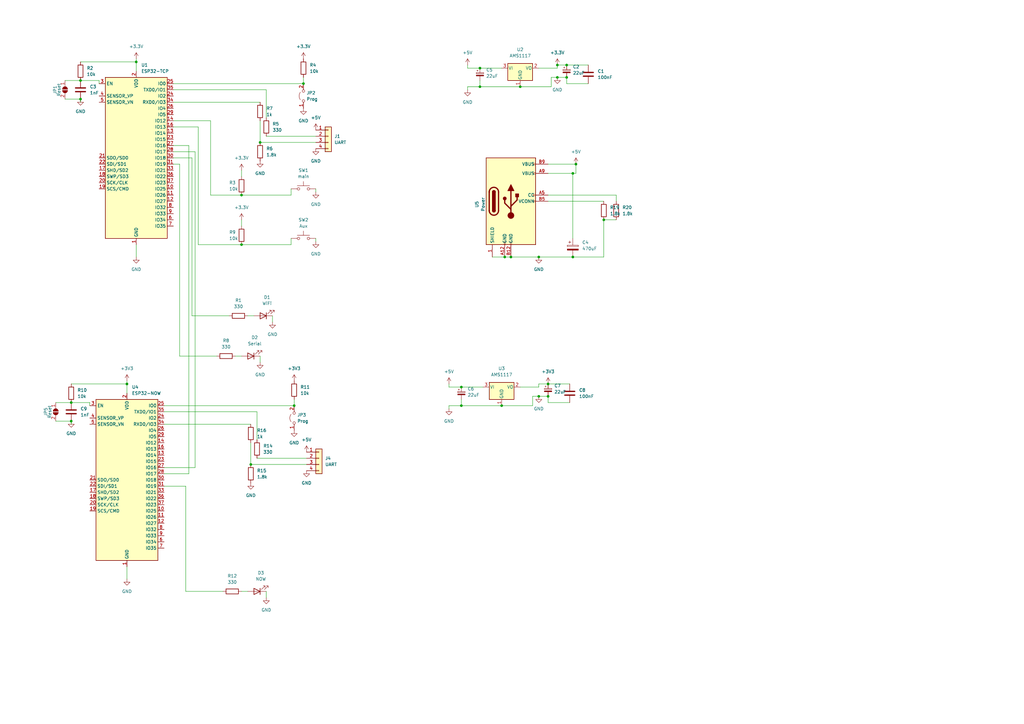
<source format=kicad_sch>
(kicad_sch (version 20211123) (generator eeschema)

  (uuid f49bf5b5-755e-4fdf-b7e4-d77d153a13a5)

  (paper "A3")

  (lib_symbols
    (symbol "Connector_Generic:Conn_01x04" (pin_names (offset 1.016) hide) (in_bom yes) (on_board yes)
      (property "Reference" "J" (id 0) (at 0 5.08 0)
        (effects (font (size 1.27 1.27)))
      )
      (property "Value" "Conn_01x04" (id 1) (at 0 -7.62 0)
        (effects (font (size 1.27 1.27)))
      )
      (property "Footprint" "" (id 2) (at 0 0 0)
        (effects (font (size 1.27 1.27)) hide)
      )
      (property "Datasheet" "~" (id 3) (at 0 0 0)
        (effects (font (size 1.27 1.27)) hide)
      )
      (property "ki_keywords" "connector" (id 4) (at 0 0 0)
        (effects (font (size 1.27 1.27)) hide)
      )
      (property "ki_description" "Generic connector, single row, 01x04, script generated (kicad-library-utils/schlib/autogen/connector/)" (id 5) (at 0 0 0)
        (effects (font (size 1.27 1.27)) hide)
      )
      (property "ki_fp_filters" "Connector*:*_1x??_*" (id 6) (at 0 0 0)
        (effects (font (size 1.27 1.27)) hide)
      )
      (symbol "Conn_01x04_1_1"
        (rectangle (start -1.27 -4.953) (end 0 -5.207)
          (stroke (width 0.1524) (type default) (color 0 0 0 0))
          (fill (type none))
        )
        (rectangle (start -1.27 -2.413) (end 0 -2.667)
          (stroke (width 0.1524) (type default) (color 0 0 0 0))
          (fill (type none))
        )
        (rectangle (start -1.27 0.127) (end 0 -0.127)
          (stroke (width 0.1524) (type default) (color 0 0 0 0))
          (fill (type none))
        )
        (rectangle (start -1.27 2.667) (end 0 2.413)
          (stroke (width 0.1524) (type default) (color 0 0 0 0))
          (fill (type none))
        )
        (rectangle (start -1.27 3.81) (end 1.27 -6.35)
          (stroke (width 0.254) (type default) (color 0 0 0 0))
          (fill (type background))
        )
        (pin passive line (at -5.08 2.54 0) (length 3.81)
          (name "Pin_1" (effects (font (size 1.27 1.27))))
          (number "1" (effects (font (size 1.27 1.27))))
        )
        (pin passive line (at -5.08 0 0) (length 3.81)
          (name "Pin_2" (effects (font (size 1.27 1.27))))
          (number "2" (effects (font (size 1.27 1.27))))
        )
        (pin passive line (at -5.08 -2.54 0) (length 3.81)
          (name "Pin_3" (effects (font (size 1.27 1.27))))
          (number "3" (effects (font (size 1.27 1.27))))
        )
        (pin passive line (at -5.08 -5.08 0) (length 3.81)
          (name "Pin_4" (effects (font (size 1.27 1.27))))
          (number "4" (effects (font (size 1.27 1.27))))
        )
      )
    )
    (symbol "Device:C" (pin_numbers hide) (pin_names (offset 0.254)) (in_bom yes) (on_board yes)
      (property "Reference" "C" (id 0) (at 0.635 2.54 0)
        (effects (font (size 1.27 1.27)) (justify left))
      )
      (property "Value" "C" (id 1) (at 0.635 -2.54 0)
        (effects (font (size 1.27 1.27)) (justify left))
      )
      (property "Footprint" "" (id 2) (at 0.9652 -3.81 0)
        (effects (font (size 1.27 1.27)) hide)
      )
      (property "Datasheet" "~" (id 3) (at 0 0 0)
        (effects (font (size 1.27 1.27)) hide)
      )
      (property "ki_keywords" "cap capacitor" (id 4) (at 0 0 0)
        (effects (font (size 1.27 1.27)) hide)
      )
      (property "ki_description" "Unpolarized capacitor" (id 5) (at 0 0 0)
        (effects (font (size 1.27 1.27)) hide)
      )
      (property "ki_fp_filters" "C_*" (id 6) (at 0 0 0)
        (effects (font (size 1.27 1.27)) hide)
      )
      (symbol "C_0_1"
        (polyline
          (pts
            (xy -2.032 -0.762)
            (xy 2.032 -0.762)
          )
          (stroke (width 0.508) (type default) (color 0 0 0 0))
          (fill (type none))
        )
        (polyline
          (pts
            (xy -2.032 0.762)
            (xy 2.032 0.762)
          )
          (stroke (width 0.508) (type default) (color 0 0 0 0))
          (fill (type none))
        )
      )
      (symbol "C_1_1"
        (pin passive line (at 0 3.81 270) (length 2.794)
          (name "~" (effects (font (size 1.27 1.27))))
          (number "1" (effects (font (size 1.27 1.27))))
        )
        (pin passive line (at 0 -3.81 90) (length 2.794)
          (name "~" (effects (font (size 1.27 1.27))))
          (number "2" (effects (font (size 1.27 1.27))))
        )
      )
    )
    (symbol "Device:C_Polarized" (pin_numbers hide) (pin_names (offset 0.254)) (in_bom yes) (on_board yes)
      (property "Reference" "C" (id 0) (at 0.635 2.54 0)
        (effects (font (size 1.27 1.27)) (justify left))
      )
      (property "Value" "C_Polarized" (id 1) (at 0.635 -2.54 0)
        (effects (font (size 1.27 1.27)) (justify left))
      )
      (property "Footprint" "" (id 2) (at 0.9652 -3.81 0)
        (effects (font (size 1.27 1.27)) hide)
      )
      (property "Datasheet" "~" (id 3) (at 0 0 0)
        (effects (font (size 1.27 1.27)) hide)
      )
      (property "ki_keywords" "cap capacitor" (id 4) (at 0 0 0)
        (effects (font (size 1.27 1.27)) hide)
      )
      (property "ki_description" "Polarized capacitor" (id 5) (at 0 0 0)
        (effects (font (size 1.27 1.27)) hide)
      )
      (property "ki_fp_filters" "CP_*" (id 6) (at 0 0 0)
        (effects (font (size 1.27 1.27)) hide)
      )
      (symbol "C_Polarized_0_1"
        (rectangle (start -2.286 0.508) (end 2.286 1.016)
          (stroke (width 0) (type default) (color 0 0 0 0))
          (fill (type none))
        )
        (polyline
          (pts
            (xy -1.778 2.286)
            (xy -0.762 2.286)
          )
          (stroke (width 0) (type default) (color 0 0 0 0))
          (fill (type none))
        )
        (polyline
          (pts
            (xy -1.27 2.794)
            (xy -1.27 1.778)
          )
          (stroke (width 0) (type default) (color 0 0 0 0))
          (fill (type none))
        )
        (rectangle (start 2.286 -0.508) (end -2.286 -1.016)
          (stroke (width 0) (type default) (color 0 0 0 0))
          (fill (type outline))
        )
      )
      (symbol "C_Polarized_1_1"
        (pin passive line (at 0 3.81 270) (length 2.794)
          (name "~" (effects (font (size 1.27 1.27))))
          (number "1" (effects (font (size 1.27 1.27))))
        )
        (pin passive line (at 0 -3.81 90) (length 2.794)
          (name "~" (effects (font (size 1.27 1.27))))
          (number "2" (effects (font (size 1.27 1.27))))
        )
      )
    )
    (symbol "Device:C_Polarized_Small" (pin_numbers hide) (pin_names (offset 0.254) hide) (in_bom yes) (on_board yes)
      (property "Reference" "C" (id 0) (at 0.254 1.778 0)
        (effects (font (size 1.27 1.27)) (justify left))
      )
      (property "Value" "C_Polarized_Small" (id 1) (at 0.254 -2.032 0)
        (effects (font (size 1.27 1.27)) (justify left))
      )
      (property "Footprint" "" (id 2) (at 0 0 0)
        (effects (font (size 1.27 1.27)) hide)
      )
      (property "Datasheet" "~" (id 3) (at 0 0 0)
        (effects (font (size 1.27 1.27)) hide)
      )
      (property "ki_keywords" "cap capacitor" (id 4) (at 0 0 0)
        (effects (font (size 1.27 1.27)) hide)
      )
      (property "ki_description" "Polarized capacitor, small symbol" (id 5) (at 0 0 0)
        (effects (font (size 1.27 1.27)) hide)
      )
      (property "ki_fp_filters" "CP_*" (id 6) (at 0 0 0)
        (effects (font (size 1.27 1.27)) hide)
      )
      (symbol "C_Polarized_Small_0_1"
        (rectangle (start -1.524 -0.3048) (end 1.524 -0.6858)
          (stroke (width 0) (type default) (color 0 0 0 0))
          (fill (type outline))
        )
        (rectangle (start -1.524 0.6858) (end 1.524 0.3048)
          (stroke (width 0) (type default) (color 0 0 0 0))
          (fill (type none))
        )
        (polyline
          (pts
            (xy -1.27 1.524)
            (xy -0.762 1.524)
          )
          (stroke (width 0) (type default) (color 0 0 0 0))
          (fill (type none))
        )
        (polyline
          (pts
            (xy -1.016 1.27)
            (xy -1.016 1.778)
          )
          (stroke (width 0) (type default) (color 0 0 0 0))
          (fill (type none))
        )
      )
      (symbol "C_Polarized_Small_1_1"
        (pin passive line (at 0 2.54 270) (length 1.8542)
          (name "~" (effects (font (size 1.27 1.27))))
          (number "1" (effects (font (size 1.27 1.27))))
        )
        (pin passive line (at 0 -2.54 90) (length 1.8542)
          (name "~" (effects (font (size 1.27 1.27))))
          (number "2" (effects (font (size 1.27 1.27))))
        )
      )
    )
    (symbol "Device:LED" (pin_numbers hide) (pin_names (offset 1.016) hide) (in_bom yes) (on_board yes)
      (property "Reference" "D" (id 0) (at 0 2.54 0)
        (effects (font (size 1.27 1.27)))
      )
      (property "Value" "LED" (id 1) (at 0 -2.54 0)
        (effects (font (size 1.27 1.27)))
      )
      (property "Footprint" "" (id 2) (at 0 0 0)
        (effects (font (size 1.27 1.27)) hide)
      )
      (property "Datasheet" "~" (id 3) (at 0 0 0)
        (effects (font (size 1.27 1.27)) hide)
      )
      (property "ki_keywords" "LED diode" (id 4) (at 0 0 0)
        (effects (font (size 1.27 1.27)) hide)
      )
      (property "ki_description" "Light emitting diode" (id 5) (at 0 0 0)
        (effects (font (size 1.27 1.27)) hide)
      )
      (property "ki_fp_filters" "LED* LED_SMD:* LED_THT:*" (id 6) (at 0 0 0)
        (effects (font (size 1.27 1.27)) hide)
      )
      (symbol "LED_0_1"
        (polyline
          (pts
            (xy -1.27 -1.27)
            (xy -1.27 1.27)
          )
          (stroke (width 0.254) (type default) (color 0 0 0 0))
          (fill (type none))
        )
        (polyline
          (pts
            (xy -1.27 0)
            (xy 1.27 0)
          )
          (stroke (width 0) (type default) (color 0 0 0 0))
          (fill (type none))
        )
        (polyline
          (pts
            (xy 1.27 -1.27)
            (xy 1.27 1.27)
            (xy -1.27 0)
            (xy 1.27 -1.27)
          )
          (stroke (width 0.254) (type default) (color 0 0 0 0))
          (fill (type none))
        )
        (polyline
          (pts
            (xy -3.048 -0.762)
            (xy -4.572 -2.286)
            (xy -3.81 -2.286)
            (xy -4.572 -2.286)
            (xy -4.572 -1.524)
          )
          (stroke (width 0) (type default) (color 0 0 0 0))
          (fill (type none))
        )
        (polyline
          (pts
            (xy -1.778 -0.762)
            (xy -3.302 -2.286)
            (xy -2.54 -2.286)
            (xy -3.302 -2.286)
            (xy -3.302 -1.524)
          )
          (stroke (width 0) (type default) (color 0 0 0 0))
          (fill (type none))
        )
      )
      (symbol "LED_1_1"
        (pin passive line (at -3.81 0 0) (length 2.54)
          (name "K" (effects (font (size 1.27 1.27))))
          (number "1" (effects (font (size 1.27 1.27))))
        )
        (pin passive line (at 3.81 0 180) (length 2.54)
          (name "A" (effects (font (size 1.27 1.27))))
          (number "2" (effects (font (size 1.27 1.27))))
        )
      )
    )
    (symbol "Device:R" (pin_numbers hide) (pin_names (offset 0)) (in_bom yes) (on_board yes)
      (property "Reference" "R" (id 0) (at 2.032 0 90)
        (effects (font (size 1.27 1.27)))
      )
      (property "Value" "R" (id 1) (at 0 0 90)
        (effects (font (size 1.27 1.27)))
      )
      (property "Footprint" "" (id 2) (at -1.778 0 90)
        (effects (font (size 1.27 1.27)) hide)
      )
      (property "Datasheet" "~" (id 3) (at 0 0 0)
        (effects (font (size 1.27 1.27)) hide)
      )
      (property "ki_keywords" "R res resistor" (id 4) (at 0 0 0)
        (effects (font (size 1.27 1.27)) hide)
      )
      (property "ki_description" "Resistor" (id 5) (at 0 0 0)
        (effects (font (size 1.27 1.27)) hide)
      )
      (property "ki_fp_filters" "R_*" (id 6) (at 0 0 0)
        (effects (font (size 1.27 1.27)) hide)
      )
      (symbol "R_0_1"
        (rectangle (start -1.016 -2.54) (end 1.016 2.54)
          (stroke (width 0.254) (type default) (color 0 0 0 0))
          (fill (type none))
        )
      )
      (symbol "R_1_1"
        (pin passive line (at 0 3.81 270) (length 1.27)
          (name "~" (effects (font (size 1.27 1.27))))
          (number "1" (effects (font (size 1.27 1.27))))
        )
        (pin passive line (at 0 -3.81 90) (length 1.27)
          (name "~" (effects (font (size 1.27 1.27))))
          (number "2" (effects (font (size 1.27 1.27))))
        )
      )
    )
    (symbol "Jumper:Jumper_2_Open" (pin_names (offset 0) hide) (in_bom yes) (on_board yes)
      (property "Reference" "JP" (id 0) (at 0 2.794 0)
        (effects (font (size 1.27 1.27)))
      )
      (property "Value" "Jumper_2_Open" (id 1) (at 0 -2.286 0)
        (effects (font (size 1.27 1.27)))
      )
      (property "Footprint" "" (id 2) (at 0 0 0)
        (effects (font (size 1.27 1.27)) hide)
      )
      (property "Datasheet" "~" (id 3) (at 0 0 0)
        (effects (font (size 1.27 1.27)) hide)
      )
      (property "ki_keywords" "Jumper SPST" (id 4) (at 0 0 0)
        (effects (font (size 1.27 1.27)) hide)
      )
      (property "ki_description" "Jumper, 2-pole, open" (id 5) (at 0 0 0)
        (effects (font (size 1.27 1.27)) hide)
      )
      (property "ki_fp_filters" "Jumper* TestPoint*2Pads* TestPoint*Bridge*" (id 6) (at 0 0 0)
        (effects (font (size 1.27 1.27)) hide)
      )
      (symbol "Jumper_2_Open_0_0"
        (circle (center -2.032 0) (radius 0.508)
          (stroke (width 0) (type default) (color 0 0 0 0))
          (fill (type none))
        )
        (circle (center 2.032 0) (radius 0.508)
          (stroke (width 0) (type default) (color 0 0 0 0))
          (fill (type none))
        )
      )
      (symbol "Jumper_2_Open_0_1"
        (arc (start 1.524 1.27) (mid 0 1.778) (end -1.524 1.27)
          (stroke (width 0) (type default) (color 0 0 0 0))
          (fill (type none))
        )
      )
      (symbol "Jumper_2_Open_1_1"
        (pin passive line (at -5.08 0 0) (length 2.54)
          (name "A" (effects (font (size 1.27 1.27))))
          (number "1" (effects (font (size 1.27 1.27))))
        )
        (pin passive line (at 5.08 0 180) (length 2.54)
          (name "B" (effects (font (size 1.27 1.27))))
          (number "2" (effects (font (size 1.27 1.27))))
        )
      )
    )
    (symbol "Jumper:SolderJumper_2_Open" (pin_names (offset 0) hide) (in_bom yes) (on_board yes)
      (property "Reference" "JP" (id 0) (at 0 2.032 0)
        (effects (font (size 1.27 1.27)))
      )
      (property "Value" "SolderJumper_2_Open" (id 1) (at 0 -2.54 0)
        (effects (font (size 1.27 1.27)))
      )
      (property "Footprint" "" (id 2) (at 0 0 0)
        (effects (font (size 1.27 1.27)) hide)
      )
      (property "Datasheet" "~" (id 3) (at 0 0 0)
        (effects (font (size 1.27 1.27)) hide)
      )
      (property "ki_keywords" "solder jumper SPST" (id 4) (at 0 0 0)
        (effects (font (size 1.27 1.27)) hide)
      )
      (property "ki_description" "Solder Jumper, 2-pole, open" (id 5) (at 0 0 0)
        (effects (font (size 1.27 1.27)) hide)
      )
      (property "ki_fp_filters" "SolderJumper*Open*" (id 6) (at 0 0 0)
        (effects (font (size 1.27 1.27)) hide)
      )
      (symbol "SolderJumper_2_Open_0_1"
        (arc (start -0.254 1.016) (mid -1.27 0) (end -0.254 -1.016)
          (stroke (width 0) (type default) (color 0 0 0 0))
          (fill (type none))
        )
        (arc (start -0.254 1.016) (mid -1.27 0) (end -0.254 -1.016)
          (stroke (width 0) (type default) (color 0 0 0 0))
          (fill (type outline))
        )
        (polyline
          (pts
            (xy -0.254 1.016)
            (xy -0.254 -1.016)
          )
          (stroke (width 0) (type default) (color 0 0 0 0))
          (fill (type none))
        )
        (polyline
          (pts
            (xy 0.254 1.016)
            (xy 0.254 -1.016)
          )
          (stroke (width 0) (type default) (color 0 0 0 0))
          (fill (type none))
        )
        (arc (start 0.254 -1.016) (mid 1.27 0) (end 0.254 1.016)
          (stroke (width 0) (type default) (color 0 0 0 0))
          (fill (type none))
        )
        (arc (start 0.254 -1.016) (mid 1.27 0) (end 0.254 1.016)
          (stroke (width 0) (type default) (color 0 0 0 0))
          (fill (type outline))
        )
      )
      (symbol "SolderJumper_2_Open_1_1"
        (pin passive line (at -3.81 0 0) (length 2.54)
          (name "A" (effects (font (size 1.27 1.27))))
          (number "1" (effects (font (size 1.27 1.27))))
        )
        (pin passive line (at 3.81 0 180) (length 2.54)
          (name "B" (effects (font (size 1.27 1.27))))
          (number "2" (effects (font (size 1.27 1.27))))
        )
      )
    )
    (symbol "RF_Module:ESP32-WROOM-32" (in_bom yes) (on_board yes)
      (property "Reference" "U" (id 0) (at -12.7 34.29 0)
        (effects (font (size 1.27 1.27)) (justify left))
      )
      (property "Value" "ESP32-WROOM-32" (id 1) (at 1.27 34.29 0)
        (effects (font (size 1.27 1.27)) (justify left))
      )
      (property "Footprint" "RF_Module:ESP32-WROOM-32" (id 2) (at 0 -38.1 0)
        (effects (font (size 1.27 1.27)) hide)
      )
      (property "Datasheet" "https://www.espressif.com/sites/default/files/documentation/esp32-wroom-32_datasheet_en.pdf" (id 3) (at -7.62 1.27 0)
        (effects (font (size 1.27 1.27)) hide)
      )
      (property "ki_keywords" "RF Radio BT ESP ESP32 Espressif onboard PCB antenna" (id 4) (at 0 0 0)
        (effects (font (size 1.27 1.27)) hide)
      )
      (property "ki_description" "RF Module, ESP32-D0WDQ6 SoC, Wi-Fi 802.11b/g/n, Bluetooth, BLE, 32-bit, 2.7-3.6V, onboard antenna, SMD" (id 5) (at 0 0 0)
        (effects (font (size 1.27 1.27)) hide)
      )
      (property "ki_fp_filters" "ESP32?WROOM?32*" (id 6) (at 0 0 0)
        (effects (font (size 1.27 1.27)) hide)
      )
      (symbol "ESP32-WROOM-32_0_1"
        (rectangle (start -12.7 33.02) (end 12.7 -33.02)
          (stroke (width 0.254) (type default) (color 0 0 0 0))
          (fill (type background))
        )
      )
      (symbol "ESP32-WROOM-32_1_1"
        (pin power_in line (at 0 -35.56 90) (length 2.54)
          (name "GND" (effects (font (size 1.27 1.27))))
          (number "1" (effects (font (size 1.27 1.27))))
        )
        (pin bidirectional line (at 15.24 -12.7 180) (length 2.54)
          (name "IO25" (effects (font (size 1.27 1.27))))
          (number "10" (effects (font (size 1.27 1.27))))
        )
        (pin bidirectional line (at 15.24 -15.24 180) (length 2.54)
          (name "IO26" (effects (font (size 1.27 1.27))))
          (number "11" (effects (font (size 1.27 1.27))))
        )
        (pin bidirectional line (at 15.24 -17.78 180) (length 2.54)
          (name "IO27" (effects (font (size 1.27 1.27))))
          (number "12" (effects (font (size 1.27 1.27))))
        )
        (pin bidirectional line (at 15.24 10.16 180) (length 2.54)
          (name "IO14" (effects (font (size 1.27 1.27))))
          (number "13" (effects (font (size 1.27 1.27))))
        )
        (pin bidirectional line (at 15.24 15.24 180) (length 2.54)
          (name "IO12" (effects (font (size 1.27 1.27))))
          (number "14" (effects (font (size 1.27 1.27))))
        )
        (pin passive line (at 0 -35.56 90) (length 2.54) hide
          (name "GND" (effects (font (size 1.27 1.27))))
          (number "15" (effects (font (size 1.27 1.27))))
        )
        (pin bidirectional line (at 15.24 12.7 180) (length 2.54)
          (name "IO13" (effects (font (size 1.27 1.27))))
          (number "16" (effects (font (size 1.27 1.27))))
        )
        (pin bidirectional line (at -15.24 -5.08 0) (length 2.54)
          (name "SHD/SD2" (effects (font (size 1.27 1.27))))
          (number "17" (effects (font (size 1.27 1.27))))
        )
        (pin bidirectional line (at -15.24 -7.62 0) (length 2.54)
          (name "SWP/SD3" (effects (font (size 1.27 1.27))))
          (number "18" (effects (font (size 1.27 1.27))))
        )
        (pin bidirectional line (at -15.24 -12.7 0) (length 2.54)
          (name "SCS/CMD" (effects (font (size 1.27 1.27))))
          (number "19" (effects (font (size 1.27 1.27))))
        )
        (pin power_in line (at 0 35.56 270) (length 2.54)
          (name "VDD" (effects (font (size 1.27 1.27))))
          (number "2" (effects (font (size 1.27 1.27))))
        )
        (pin bidirectional line (at -15.24 -10.16 0) (length 2.54)
          (name "SCK/CLK" (effects (font (size 1.27 1.27))))
          (number "20" (effects (font (size 1.27 1.27))))
        )
        (pin bidirectional line (at -15.24 0 0) (length 2.54)
          (name "SDO/SD0" (effects (font (size 1.27 1.27))))
          (number "21" (effects (font (size 1.27 1.27))))
        )
        (pin bidirectional line (at -15.24 -2.54 0) (length 2.54)
          (name "SDI/SD1" (effects (font (size 1.27 1.27))))
          (number "22" (effects (font (size 1.27 1.27))))
        )
        (pin bidirectional line (at 15.24 7.62 180) (length 2.54)
          (name "IO15" (effects (font (size 1.27 1.27))))
          (number "23" (effects (font (size 1.27 1.27))))
        )
        (pin bidirectional line (at 15.24 25.4 180) (length 2.54)
          (name "IO2" (effects (font (size 1.27 1.27))))
          (number "24" (effects (font (size 1.27 1.27))))
        )
        (pin bidirectional line (at 15.24 30.48 180) (length 2.54)
          (name "IO0" (effects (font (size 1.27 1.27))))
          (number "25" (effects (font (size 1.27 1.27))))
        )
        (pin bidirectional line (at 15.24 20.32 180) (length 2.54)
          (name "IO4" (effects (font (size 1.27 1.27))))
          (number "26" (effects (font (size 1.27 1.27))))
        )
        (pin bidirectional line (at 15.24 5.08 180) (length 2.54)
          (name "IO16" (effects (font (size 1.27 1.27))))
          (number "27" (effects (font (size 1.27 1.27))))
        )
        (pin bidirectional line (at 15.24 2.54 180) (length 2.54)
          (name "IO17" (effects (font (size 1.27 1.27))))
          (number "28" (effects (font (size 1.27 1.27))))
        )
        (pin bidirectional line (at 15.24 17.78 180) (length 2.54)
          (name "IO5" (effects (font (size 1.27 1.27))))
          (number "29" (effects (font (size 1.27 1.27))))
        )
        (pin input line (at -15.24 30.48 0) (length 2.54)
          (name "EN" (effects (font (size 1.27 1.27))))
          (number "3" (effects (font (size 1.27 1.27))))
        )
        (pin bidirectional line (at 15.24 0 180) (length 2.54)
          (name "IO18" (effects (font (size 1.27 1.27))))
          (number "30" (effects (font (size 1.27 1.27))))
        )
        (pin bidirectional line (at 15.24 -2.54 180) (length 2.54)
          (name "IO19" (effects (font (size 1.27 1.27))))
          (number "31" (effects (font (size 1.27 1.27))))
        )
        (pin no_connect line (at -12.7 -27.94 0) (length 2.54) hide
          (name "NC" (effects (font (size 1.27 1.27))))
          (number "32" (effects (font (size 1.27 1.27))))
        )
        (pin bidirectional line (at 15.24 -5.08 180) (length 2.54)
          (name "IO21" (effects (font (size 1.27 1.27))))
          (number "33" (effects (font (size 1.27 1.27))))
        )
        (pin bidirectional line (at 15.24 22.86 180) (length 2.54)
          (name "RXD0/IO3" (effects (font (size 1.27 1.27))))
          (number "34" (effects (font (size 1.27 1.27))))
        )
        (pin bidirectional line (at 15.24 27.94 180) (length 2.54)
          (name "TXD0/IO1" (effects (font (size 1.27 1.27))))
          (number "35" (effects (font (size 1.27 1.27))))
        )
        (pin bidirectional line (at 15.24 -7.62 180) (length 2.54)
          (name "IO22" (effects (font (size 1.27 1.27))))
          (number "36" (effects (font (size 1.27 1.27))))
        )
        (pin bidirectional line (at 15.24 -10.16 180) (length 2.54)
          (name "IO23" (effects (font (size 1.27 1.27))))
          (number "37" (effects (font (size 1.27 1.27))))
        )
        (pin passive line (at 0 -35.56 90) (length 2.54) hide
          (name "GND" (effects (font (size 1.27 1.27))))
          (number "38" (effects (font (size 1.27 1.27))))
        )
        (pin passive line (at 0 -35.56 90) (length 2.54) hide
          (name "GND" (effects (font (size 1.27 1.27))))
          (number "39" (effects (font (size 1.27 1.27))))
        )
        (pin input line (at -15.24 25.4 0) (length 2.54)
          (name "SENSOR_VP" (effects (font (size 1.27 1.27))))
          (number "4" (effects (font (size 1.27 1.27))))
        )
        (pin input line (at -15.24 22.86 0) (length 2.54)
          (name "SENSOR_VN" (effects (font (size 1.27 1.27))))
          (number "5" (effects (font (size 1.27 1.27))))
        )
        (pin input line (at 15.24 -25.4 180) (length 2.54)
          (name "IO34" (effects (font (size 1.27 1.27))))
          (number "6" (effects (font (size 1.27 1.27))))
        )
        (pin input line (at 15.24 -27.94 180) (length 2.54)
          (name "IO35" (effects (font (size 1.27 1.27))))
          (number "7" (effects (font (size 1.27 1.27))))
        )
        (pin bidirectional line (at 15.24 -20.32 180) (length 2.54)
          (name "IO32" (effects (font (size 1.27 1.27))))
          (number "8" (effects (font (size 1.27 1.27))))
        )
        (pin bidirectional line (at 15.24 -22.86 180) (length 2.54)
          (name "IO33" (effects (font (size 1.27 1.27))))
          (number "9" (effects (font (size 1.27 1.27))))
        )
      )
    )
    (symbol "Regulator_Linear:AMS1117-3.3" (pin_names (offset 0.254)) (in_bom yes) (on_board yes)
      (property "Reference" "U" (id 0) (at -3.81 3.175 0)
        (effects (font (size 1.27 1.27)))
      )
      (property "Value" "AMS1117-3.3" (id 1) (at 0 3.175 0)
        (effects (font (size 1.27 1.27)) (justify left))
      )
      (property "Footprint" "Package_TO_SOT_SMD:SOT-223-3_TabPin2" (id 2) (at 0 5.08 0)
        (effects (font (size 1.27 1.27)) hide)
      )
      (property "Datasheet" "http://www.advanced-monolithic.com/pdf/ds1117.pdf" (id 3) (at 2.54 -6.35 0)
        (effects (font (size 1.27 1.27)) hide)
      )
      (property "ki_keywords" "linear regulator ldo fixed positive" (id 4) (at 0 0 0)
        (effects (font (size 1.27 1.27)) hide)
      )
      (property "ki_description" "1A Low Dropout regulator, positive, 3.3V fixed output, SOT-223" (id 5) (at 0 0 0)
        (effects (font (size 1.27 1.27)) hide)
      )
      (property "ki_fp_filters" "SOT?223*TabPin2*" (id 6) (at 0 0 0)
        (effects (font (size 1.27 1.27)) hide)
      )
      (symbol "AMS1117-3.3_0_1"
        (rectangle (start -5.08 -5.08) (end 5.08 1.905)
          (stroke (width 0.254) (type default) (color 0 0 0 0))
          (fill (type background))
        )
      )
      (symbol "AMS1117-3.3_1_1"
        (pin power_in line (at 0 -7.62 90) (length 2.54)
          (name "GND" (effects (font (size 1.27 1.27))))
          (number "1" (effects (font (size 1.27 1.27))))
        )
        (pin power_out line (at 7.62 0 180) (length 2.54)
          (name "VO" (effects (font (size 1.27 1.27))))
          (number "2" (effects (font (size 1.27 1.27))))
        )
        (pin power_in line (at -7.62 0 0) (length 2.54)
          (name "VI" (effects (font (size 1.27 1.27))))
          (number "3" (effects (font (size 1.27 1.27))))
        )
      )
    )
    (symbol "Switch:SW_Push" (pin_numbers hide) (pin_names (offset 1.016) hide) (in_bom yes) (on_board yes)
      (property "Reference" "SW" (id 0) (at 1.27 2.54 0)
        (effects (font (size 1.27 1.27)) (justify left))
      )
      (property "Value" "SW_Push" (id 1) (at 0 -1.524 0)
        (effects (font (size 1.27 1.27)))
      )
      (property "Footprint" "" (id 2) (at 0 5.08 0)
        (effects (font (size 1.27 1.27)) hide)
      )
      (property "Datasheet" "~" (id 3) (at 0 5.08 0)
        (effects (font (size 1.27 1.27)) hide)
      )
      (property "ki_keywords" "switch normally-open pushbutton push-button" (id 4) (at 0 0 0)
        (effects (font (size 1.27 1.27)) hide)
      )
      (property "ki_description" "Push button switch, generic, two pins" (id 5) (at 0 0 0)
        (effects (font (size 1.27 1.27)) hide)
      )
      (symbol "SW_Push_0_1"
        (circle (center -2.032 0) (radius 0.508)
          (stroke (width 0) (type default) (color 0 0 0 0))
          (fill (type none))
        )
        (polyline
          (pts
            (xy 0 1.27)
            (xy 0 3.048)
          )
          (stroke (width 0) (type default) (color 0 0 0 0))
          (fill (type none))
        )
        (polyline
          (pts
            (xy 2.54 1.27)
            (xy -2.54 1.27)
          )
          (stroke (width 0) (type default) (color 0 0 0 0))
          (fill (type none))
        )
        (circle (center 2.032 0) (radius 0.508)
          (stroke (width 0) (type default) (color 0 0 0 0))
          (fill (type none))
        )
        (pin passive line (at -5.08 0 0) (length 2.54)
          (name "1" (effects (font (size 1.27 1.27))))
          (number "1" (effects (font (size 1.27 1.27))))
        )
        (pin passive line (at 5.08 0 180) (length 2.54)
          (name "2" (effects (font (size 1.27 1.27))))
          (number "2" (effects (font (size 1.27 1.27))))
        )
      )
    )
    (symbol "TYPE-C-31:TYPE-C-31-M-17" (in_bom yes) (on_board yes)
      (property "Reference" "U" (id 0) (at 0.7672 12.6217 0)
        (effects (font (size 1.27 1.27)))
      )
      (property "Value" "TYPE-C-31-M-17" (id 1) (at 1.3059 14.5479 0)
        (effects (font (size 1.27 1.27)))
      )
      (property "Footprint" "" (id 2) (at 0.7672 12.6217 0)
        (effects (font (size 1.27 1.27)) hide)
      )
      (property "Datasheet" "" (id 3) (at 0.7672 12.6217 0)
        (effects (font (size 1.27 1.27)) hide)
      )
      (symbol "TYPE-C-31-M-17_0_0"
        (rectangle (start -14.224 5.08) (end -13.716 4.064)
          (stroke (width 0) (type default) (color 0 0 0 0))
          (fill (type none))
        )
        (rectangle (start -10.3938 5.0937) (end -9.8858 4.0777)
          (stroke (width 0) (type default) (color 0 0 0 0))
          (fill (type none))
        )
        (rectangle (start -1.524 5.08) (end -1.016 4.064)
          (stroke (width 0) (type default) (color 0 0 0 0))
          (fill (type none))
        )
        (rectangle (start 1.016 5.08) (end 1.524 4.064)
          (stroke (width 0) (type default) (color 0 0 0 0))
          (fill (type none))
        )
        (rectangle (start 19.0055 -7.8531) (end 17.9895 -7.3451)
          (stroke (width 0) (type default) (color 0 0 0 0))
          (fill (type none))
        )
        (rectangle (start 19.05 -5.334) (end 18.034 -4.826)
          (stroke (width 0) (type default) (color 0 0 0 0))
          (fill (type none))
        )
      )
      (symbol "TYPE-C-31-M-17_0_1"
        (rectangle (start -16.51 -15.24) (end 19.05 5.08)
          (stroke (width 0.254) (type default) (color 0 0 0 0))
          (fill (type background))
        )
        (arc (start -2.54 -11.43) (mid -3.175 -12.065) (end -2.54 -12.7)
          (stroke (width 0.254) (type default) (color 0 0 0 0))
          (fill (type none))
        )
        (arc (start -2.54 -11.43) (mid -3.175 -12.065) (end -2.54 -12.7)
          (stroke (width 0.254) (type default) (color 0 0 0 0))
          (fill (type outline))
        )
        (arc (start -2.54 -10.16) (mid -4.445 -12.065) (end -2.54 -13.97)
          (stroke (width 0.508) (type default) (color 0 0 0 0))
          (fill (type none))
        )
        (rectangle (start -0.508 -3.175) (end -1.778 -1.905)
          (stroke (width 0.254) (type default) (color 0 0 0 0))
          (fill (type outline))
        )
        (polyline
          (pts
            (xy -2.54 -10.16)
            (xy 5.08 -10.16)
          )
          (stroke (width 0.508) (type default) (color 0 0 0 0))
          (fill (type none))
        )
        (polyline
          (pts
            (xy 5.08 -13.97)
            (xy -2.54 -13.97)
          )
          (stroke (width 0.508) (type default) (color 0 0 0 0))
          (fill (type none))
        )
        (polyline
          (pts
            (xy 7.112 -5.08)
            (xy -3.048 -5.08)
          )
          (stroke (width 0.508) (type default) (color 0 0 0 0))
          (fill (type none))
        )
        (polyline
          (pts
            (xy 3.302 -5.08)
            (xy 0.762 -2.54)
            (xy -0.508 -2.54)
          )
          (stroke (width 0.508) (type default) (color 0 0 0 0))
          (fill (type none))
        )
        (polyline
          (pts
            (xy 4.572 -5.08)
            (xy 2.032 -7.62)
            (xy 0.762 -7.62)
          )
          (stroke (width 0.508) (type default) (color 0 0 0 0))
          (fill (type none))
        )
        (polyline
          (pts
            (xy -3.048 -6.35)
            (xy -5.588 -5.08)
            (xy -3.048 -3.81)
            (xy -3.048 -6.35)
          )
          (stroke (width 0.254) (type default) (color 0 0 0 0))
          (fill (type outline))
        )
        (circle (center 0.127 -7.62) (radius 0.635)
          (stroke (width 0.254) (type default) (color 0 0 0 0))
          (fill (type outline))
        )
        (arc (start 5.08 -13.97) (mid 6.985 -12.065) (end 5.08 -10.16)
          (stroke (width 0.508) (type default) (color 0 0 0 0))
          (fill (type none))
        )
        (rectangle (start 5.08 -12.7) (end -2.54 -11.43)
          (stroke (width 0.254) (type default) (color 0 0 0 0))
          (fill (type outline))
        )
        (arc (start 5.08 -12.7) (mid 5.715 -12.065) (end 5.08 -11.43)
          (stroke (width 0.254) (type default) (color 0 0 0 0))
          (fill (type none))
        )
        (arc (start 5.08 -12.7) (mid 5.715 -12.065) (end 5.08 -11.43)
          (stroke (width 0.254) (type default) (color 0 0 0 0))
          (fill (type outline))
        )
        (circle (center 7.112 -5.08) (radius 1.27)
          (stroke (width 0) (type default) (color 0 0 0 0))
          (fill (type outline))
        )
      )
      (symbol "TYPE-C-31-M-17_1_1"
        (pin passive line (at 24.13 -12.7 180) (length 5.08)
          (name "SHIELD" (effects (font (size 1.27 1.27))))
          (number "1" (effects (font (size 1.27 1.27))))
        )
        (pin passive line (at 24.13 -7.62 180) (length 5.08)
          (name "GND" (effects (font (size 1.27 1.27))))
          (number "A12" (effects (font (size 1.27 1.27))))
        )
        (pin bidirectional line (at -1.27 10.16 270) (length 5.08)
          (name "CC" (effects (font (size 1.27 1.27))))
          (number "A5" (effects (font (size 1.27 1.27))))
        )
        (pin passive line (at -10.16 10.16 270) (length 5.08)
          (name "VBUS" (effects (font (size 1.27 1.27))))
          (number "A9" (effects (font (size 1.27 1.27))))
        )
        (pin passive line (at 24.13 -5.08 180) (length 5.08)
          (name "GND" (effects (font (size 1.27 1.27))))
          (number "B12" (effects (font (size 1.27 1.27))))
        )
        (pin bidirectional line (at 1.27 10.16 270) (length 5.08)
          (name "VCONN" (effects (font (size 1.27 1.27))))
          (number "B5" (effects (font (size 1.27 1.27))))
        )
        (pin passive line (at -13.97 10.16 270) (length 5.08)
          (name "VBUS" (effects (font (size 1.27 1.27))))
          (number "B9" (effects (font (size 1.27 1.27))))
        )
      )
    )
    (symbol "power:+3.3V" (power) (pin_names (offset 0)) (in_bom yes) (on_board yes)
      (property "Reference" "#PWR" (id 0) (at 0 -3.81 0)
        (effects (font (size 1.27 1.27)) hide)
      )
      (property "Value" "+3.3V" (id 1) (at 0 3.556 0)
        (effects (font (size 1.27 1.27)))
      )
      (property "Footprint" "" (id 2) (at 0 0 0)
        (effects (font (size 1.27 1.27)) hide)
      )
      (property "Datasheet" "" (id 3) (at 0 0 0)
        (effects (font (size 1.27 1.27)) hide)
      )
      (property "ki_keywords" "power-flag" (id 4) (at 0 0 0)
        (effects (font (size 1.27 1.27)) hide)
      )
      (property "ki_description" "Power symbol creates a global label with name \"+3.3V\"" (id 5) (at 0 0 0)
        (effects (font (size 1.27 1.27)) hide)
      )
      (symbol "+3.3V_0_1"
        (polyline
          (pts
            (xy -0.762 1.27)
            (xy 0 2.54)
          )
          (stroke (width 0) (type default) (color 0 0 0 0))
          (fill (type none))
        )
        (polyline
          (pts
            (xy 0 0)
            (xy 0 2.54)
          )
          (stroke (width 0) (type default) (color 0 0 0 0))
          (fill (type none))
        )
        (polyline
          (pts
            (xy 0 2.54)
            (xy 0.762 1.27)
          )
          (stroke (width 0) (type default) (color 0 0 0 0))
          (fill (type none))
        )
      )
      (symbol "+3.3V_1_1"
        (pin power_in line (at 0 0 90) (length 0) hide
          (name "+3.3V" (effects (font (size 1.27 1.27))))
          (number "1" (effects (font (size 1.27 1.27))))
        )
      )
    )
    (symbol "power:+3V3" (power) (pin_names (offset 0)) (in_bom yes) (on_board yes)
      (property "Reference" "#PWR" (id 0) (at 0 -3.81 0)
        (effects (font (size 1.27 1.27)) hide)
      )
      (property "Value" "+3V3" (id 1) (at 0 3.556 0)
        (effects (font (size 1.27 1.27)))
      )
      (property "Footprint" "" (id 2) (at 0 0 0)
        (effects (font (size 1.27 1.27)) hide)
      )
      (property "Datasheet" "" (id 3) (at 0 0 0)
        (effects (font (size 1.27 1.27)) hide)
      )
      (property "ki_keywords" "power-flag" (id 4) (at 0 0 0)
        (effects (font (size 1.27 1.27)) hide)
      )
      (property "ki_description" "Power symbol creates a global label with name \"+3V3\"" (id 5) (at 0 0 0)
        (effects (font (size 1.27 1.27)) hide)
      )
      (symbol "+3V3_0_1"
        (polyline
          (pts
            (xy -0.762 1.27)
            (xy 0 2.54)
          )
          (stroke (width 0) (type default) (color 0 0 0 0))
          (fill (type none))
        )
        (polyline
          (pts
            (xy 0 0)
            (xy 0 2.54)
          )
          (stroke (width 0) (type default) (color 0 0 0 0))
          (fill (type none))
        )
        (polyline
          (pts
            (xy 0 2.54)
            (xy 0.762 1.27)
          )
          (stroke (width 0) (type default) (color 0 0 0 0))
          (fill (type none))
        )
      )
      (symbol "+3V3_1_1"
        (pin power_in line (at 0 0 90) (length 0) hide
          (name "+3V3" (effects (font (size 1.27 1.27))))
          (number "1" (effects (font (size 1.27 1.27))))
        )
      )
    )
    (symbol "power:+5V" (power) (pin_names (offset 0)) (in_bom yes) (on_board yes)
      (property "Reference" "#PWR" (id 0) (at 0 -3.81 0)
        (effects (font (size 1.27 1.27)) hide)
      )
      (property "Value" "+5V" (id 1) (at 0 3.556 0)
        (effects (font (size 1.27 1.27)))
      )
      (property "Footprint" "" (id 2) (at 0 0 0)
        (effects (font (size 1.27 1.27)) hide)
      )
      (property "Datasheet" "" (id 3) (at 0 0 0)
        (effects (font (size 1.27 1.27)) hide)
      )
      (property "ki_keywords" "power-flag" (id 4) (at 0 0 0)
        (effects (font (size 1.27 1.27)) hide)
      )
      (property "ki_description" "Power symbol creates a global label with name \"+5V\"" (id 5) (at 0 0 0)
        (effects (font (size 1.27 1.27)) hide)
      )
      (symbol "+5V_0_1"
        (polyline
          (pts
            (xy -0.762 1.27)
            (xy 0 2.54)
          )
          (stroke (width 0) (type default) (color 0 0 0 0))
          (fill (type none))
        )
        (polyline
          (pts
            (xy 0 0)
            (xy 0 2.54)
          )
          (stroke (width 0) (type default) (color 0 0 0 0))
          (fill (type none))
        )
        (polyline
          (pts
            (xy 0 2.54)
            (xy 0.762 1.27)
          )
          (stroke (width 0) (type default) (color 0 0 0 0))
          (fill (type none))
        )
      )
      (symbol "+5V_1_1"
        (pin power_in line (at 0 0 90) (length 0) hide
          (name "+5V" (effects (font (size 1.27 1.27))))
          (number "1" (effects (font (size 1.27 1.27))))
        )
      )
    )
    (symbol "power:GND" (power) (pin_names (offset 0)) (in_bom yes) (on_board yes)
      (property "Reference" "#PWR" (id 0) (at 0 -6.35 0)
        (effects (font (size 1.27 1.27)) hide)
      )
      (property "Value" "GND" (id 1) (at 0 -3.81 0)
        (effects (font (size 1.27 1.27)))
      )
      (property "Footprint" "" (id 2) (at 0 0 0)
        (effects (font (size 1.27 1.27)) hide)
      )
      (property "Datasheet" "" (id 3) (at 0 0 0)
        (effects (font (size 1.27 1.27)) hide)
      )
      (property "ki_keywords" "power-flag" (id 4) (at 0 0 0)
        (effects (font (size 1.27 1.27)) hide)
      )
      (property "ki_description" "Power symbol creates a global label with name \"GND\" , ground" (id 5) (at 0 0 0)
        (effects (font (size 1.27 1.27)) hide)
      )
      (symbol "GND_0_1"
        (polyline
          (pts
            (xy 0 0)
            (xy 0 -1.27)
            (xy 1.27 -1.27)
            (xy 0 -2.54)
            (xy -1.27 -1.27)
            (xy 0 -1.27)
          )
          (stroke (width 0) (type default) (color 0 0 0 0))
          (fill (type none))
        )
      )
      (symbol "GND_1_1"
        (pin power_in line (at 0 0 270) (length 0) hide
          (name "GND" (effects (font (size 1.27 1.27))))
          (number "1" (effects (font (size 1.27 1.27))))
        )
      )
    )
  )


  (junction (at 236.22 67.31) (diameter 0) (color 0 0 0 0)
    (uuid 058fb698-19e6-4f68-a285-6754f2c610bf)
  )
  (junction (at 220.98 162.56) (diameter 0) (color 0 0 0 0)
    (uuid 08a981d3-4c39-4ec4-9f0c-6045c6be1c8f)
  )
  (junction (at 29.21 165.1) (diameter 0) (color 0 0 0 0)
    (uuid 0911f3b9-69c6-4b79-9f6f-e80b0f62ec9a)
  )
  (junction (at 189.23 158.75) (diameter 0) (color 0 0 0 0)
    (uuid 09424392-2ded-4cba-a893-84a5b9527ff9)
  )
  (junction (at 228.6 26.67) (diameter 0) (color 0 0 0 0)
    (uuid 129c597d-6e8e-4e77-967a-604dbd4c8b04)
  )
  (junction (at 55.88 25.4) (diameter 0) (color 0 0 0 0)
    (uuid 1e70e37b-339a-4a19-bcd3-07f121a902cb)
  )
  (junction (at 213.36 35.56) (diameter 0) (color 0 0 0 0)
    (uuid 2124577a-64ab-45f8-a216-c0d6b7c458df)
  )
  (junction (at 33.02 33.02) (diameter 0) (color 0 0 0 0)
    (uuid 2e79ea56-e4ab-489e-832f-70f5c96cadea)
  )
  (junction (at 247.65 90.17) (diameter 0) (color 0 0 0 0)
    (uuid 3e92827c-7598-45e7-91da-1e6ed8330a54)
  )
  (junction (at 209.55 105.41) (diameter 0) (color 0 0 0 0)
    (uuid 469a1901-c934-4033-aab5-13056919b828)
  )
  (junction (at 228.6 31.75) (diameter 0) (color 0 0 0 0)
    (uuid 49c7dea2-0e10-4315-bde1-46c0be71b57a)
  )
  (junction (at 232.41 26.67) (diameter 0) (color 0 0 0 0)
    (uuid 4c8af9aa-e7cc-4c8c-97ef-b0d8407f1ba9)
  )
  (junction (at 189.23 166.37) (diameter 0) (color 0 0 0 0)
    (uuid 4c931d9b-7904-45b2-9ce7-5df77ef7e9dc)
  )
  (junction (at 196.85 27.94) (diameter 0) (color 0 0 0 0)
    (uuid 4e940a9c-9e2b-46f2-b0f1-52dd6a10b636)
  )
  (junction (at 224.79 162.56) (diameter 0) (color 0 0 0 0)
    (uuid 584c67e2-2cc9-45db-8566-1f6b18703d48)
  )
  (junction (at 234.95 71.12) (diameter 0) (color 0 0 0 0)
    (uuid 68135f2d-6fff-457c-b37a-41ca5a479b2d)
  )
  (junction (at 196.85 35.56) (diameter 0) (color 0 0 0 0)
    (uuid 6c056e4f-ebdb-40d1-aaef-8679fe4b5185)
  )
  (junction (at 232.41 31.75) (diameter 0) (color 0 0 0 0)
    (uuid 7c0f64e2-6e2f-447e-b89f-a6693d61d7a7)
  )
  (junction (at 29.21 172.72) (diameter 0) (color 0 0 0 0)
    (uuid 7c5a5f8a-9b87-4fe8-b0fa-8727ba706ad7)
  )
  (junction (at 33.02 40.64) (diameter 0) (color 0 0 0 0)
    (uuid 7faba916-5006-45cb-a974-1d0d3f9aaf0e)
  )
  (junction (at 205.74 166.37) (diameter 0) (color 0 0 0 0)
    (uuid 8d61a8aa-379c-45ca-9d63-41d36e34e878)
  )
  (junction (at 234.95 105.41) (diameter 0) (color 0 0 0 0)
    (uuid 91b97ebc-9e75-4813-bd06-96755cc906d1)
  )
  (junction (at 102.87 190.5) (diameter 0) (color 0 0 0 0)
    (uuid 99b74909-451e-4bc1-be70-0c9b98cb20b0)
  )
  (junction (at 99.06 80.01) (diameter 0) (color 0 0 0 0)
    (uuid aa3c847c-4793-466f-901c-84d6deb07dfb)
  )
  (junction (at 220.98 105.41) (diameter 0) (color 0 0 0 0)
    (uuid adba9c5e-d61a-4c8a-bda0-24887c15633f)
  )
  (junction (at 120.65 166.37) (diameter 0) (color 0 0 0 0)
    (uuid cf9e5f46-b02a-47d6-a39f-cf01f046ab35)
  )
  (junction (at 106.68 58.42) (diameter 0) (color 0 0 0 0)
    (uuid e3e55453-dbc6-4457-9521-5e61773f50a3)
  )
  (junction (at 99.06 100.33) (diameter 0) (color 0 0 0 0)
    (uuid e60f8adf-e7eb-4a52-ab55-3d29384e45ec)
  )
  (junction (at 52.07 157.48) (diameter 0) (color 0 0 0 0)
    (uuid e7c655aa-f513-46bc-97ee-9bee1e6b479c)
  )
  (junction (at 207.01 105.41) (diameter 0) (color 0 0 0 0)
    (uuid f48574f7-df30-4291-8934-dfc23ce35658)
  )
  (junction (at 224.79 157.48) (diameter 0) (color 0 0 0 0)
    (uuid f7b2f717-55cf-4b46-91aa-c2f6ba980f27)
  )
  (junction (at 124.46 34.29) (diameter 0) (color 0 0 0 0)
    (uuid f7e61b38-0a39-4441-a145-e393c6bcf66a)
  )

  (wire (pts (xy 220.98 162.56) (xy 224.79 162.56))
    (stroke (width 0) (type default) (color 0 0 0 0))
    (uuid 0173047b-f0da-42ba-bf22-1e9860d6134e)
  )
  (wire (pts (xy 191.77 36.83) (xy 191.77 35.56))
    (stroke (width 0) (type default) (color 0 0 0 0))
    (uuid 074a3acb-a296-4ad9-8702-d9f0b04a177b)
  )
  (wire (pts (xy 71.12 64.77) (xy 78.74 64.77))
    (stroke (width 0) (type default) (color 0 0 0 0))
    (uuid 079342aa-df2c-4b85-b94e-133721d4e0fc)
  )
  (wire (pts (xy 220.98 27.94) (xy 228.6 27.94))
    (stroke (width 0) (type default) (color 0 0 0 0))
    (uuid 088df989-0d56-4a78-9308-16b6ea45d3c2)
  )
  (wire (pts (xy 196.85 27.94) (xy 205.74 27.94))
    (stroke (width 0) (type default) (color 0 0 0 0))
    (uuid 0e2bde7f-072f-4e6b-9360-5852108d43f4)
  )
  (wire (pts (xy 218.44 166.37) (xy 218.44 162.56))
    (stroke (width 0) (type default) (color 0 0 0 0))
    (uuid 129d64cc-dfb3-4556-8217-d455d3e52209)
  )
  (wire (pts (xy 228.6 26.67) (xy 232.41 26.67))
    (stroke (width 0) (type default) (color 0 0 0 0))
    (uuid 17e8c8ed-9ad7-4a3e-9f0b-dcb0f75dfe94)
  )
  (wire (pts (xy 99.06 80.01) (xy 119.38 80.01))
    (stroke (width 0) (type default) (color 0 0 0 0))
    (uuid 1c6ab61a-8be5-4249-802a-541b1fd9f38e)
  )
  (wire (pts (xy 232.41 31.75) (xy 232.41 34.29))
    (stroke (width 0) (type default) (color 0 0 0 0))
    (uuid 20e1ecdf-5044-4cf4-9dfa-a54d18135704)
  )
  (wire (pts (xy 73.66 146.05) (xy 88.9 146.05))
    (stroke (width 0) (type default) (color 0 0 0 0))
    (uuid 2178e30f-2e31-4b04-880c-fecae7bbe82d)
  )
  (wire (pts (xy 213.36 35.56) (xy 226.06 35.56))
    (stroke (width 0) (type default) (color 0 0 0 0))
    (uuid 23d3b53b-cb1f-462b-95c4-7df3e292d497)
  )
  (wire (pts (xy 33.02 25.4) (xy 55.88 25.4))
    (stroke (width 0) (type default) (color 0 0 0 0))
    (uuid 2506bd45-b561-497c-82a2-dda316a4a2c9)
  )
  (wire (pts (xy 184.15 166.37) (xy 189.23 166.37))
    (stroke (width 0) (type default) (color 0 0 0 0))
    (uuid 25ad0550-913b-4b77-b102-466c7603d556)
  )
  (wire (pts (xy 67.31 173.99) (xy 102.87 173.99))
    (stroke (width 0) (type default) (color 0 0 0 0))
    (uuid 295cca51-2a2c-47d3-813a-d7cfa402df90)
  )
  (wire (pts (xy 33.02 40.64) (xy 33.02 41.91))
    (stroke (width 0) (type default) (color 0 0 0 0))
    (uuid 2997f902-d1eb-4919-8d56-620ba54d9d69)
  )
  (wire (pts (xy 228.6 27.94) (xy 228.6 26.67))
    (stroke (width 0) (type default) (color 0 0 0 0))
    (uuid 2c4b9db4-a842-43d6-9d3e-af55d6a52473)
  )
  (wire (pts (xy 106.68 58.42) (xy 129.54 58.42))
    (stroke (width 0) (type default) (color 0 0 0 0))
    (uuid 2ca0a094-1050-43ed-a532-edc11b8f4a81)
  )
  (wire (pts (xy 78.74 64.77) (xy 78.74 129.54))
    (stroke (width 0) (type default) (color 0 0 0 0))
    (uuid 303f510c-4028-4bb9-81f5-923f73d6faf9)
  )
  (wire (pts (xy 29.21 165.1) (xy 36.83 165.1))
    (stroke (width 0) (type default) (color 0 0 0 0))
    (uuid 30f78bdf-9991-493f-ab19-a60b62a017cf)
  )
  (wire (pts (xy 247.65 90.17) (xy 247.65 105.41))
    (stroke (width 0) (type default) (color 0 0 0 0))
    (uuid 316b49e6-c893-4916-b1f7-cdc705c035b4)
  )
  (wire (pts (xy 191.77 27.94) (xy 196.85 27.94))
    (stroke (width 0) (type default) (color 0 0 0 0))
    (uuid 32348e13-7b5e-429c-8fe7-aebf5f867c67)
  )
  (wire (pts (xy 224.79 82.55) (xy 247.65 82.55))
    (stroke (width 0) (type default) (color 0 0 0 0))
    (uuid 32bf133e-5f0e-42e5-81e6-adf1106ae728)
  )
  (wire (pts (xy 196.85 35.56) (xy 213.36 35.56))
    (stroke (width 0) (type default) (color 0 0 0 0))
    (uuid 3384c342-0a4f-4cec-9812-ea8c718bfcf6)
  )
  (wire (pts (xy 189.23 166.37) (xy 205.74 166.37))
    (stroke (width 0) (type default) (color 0 0 0 0))
    (uuid 3725531c-af8c-4bc5-916f-b98474f6a1e0)
  )
  (wire (pts (xy 99.06 100.33) (xy 119.38 100.33))
    (stroke (width 0) (type default) (color 0 0 0 0))
    (uuid 38d3d4c8-1bb8-4e50-9bbc-d184a909bc49)
  )
  (wire (pts (xy 29.21 172.72) (xy 29.21 173.99))
    (stroke (width 0) (type default) (color 0 0 0 0))
    (uuid 3a22c445-076f-433c-94b1-5051cd4b467b)
  )
  (wire (pts (xy 22.86 172.72) (xy 29.21 172.72))
    (stroke (width 0) (type default) (color 0 0 0 0))
    (uuid 3bda5c1f-22e1-4800-922e-620b24f071b0)
  )
  (wire (pts (xy 86.36 80.01) (xy 86.36 49.53))
    (stroke (width 0) (type default) (color 0 0 0 0))
    (uuid 3be1146a-1c4a-4f3d-b00a-a63a90215626)
  )
  (wire (pts (xy 71.12 62.23) (xy 80.01 62.23))
    (stroke (width 0) (type default) (color 0 0 0 0))
    (uuid 3e9dab04-0b34-447f-90fa-f6bda5ebbaf6)
  )
  (wire (pts (xy 101.6 129.54) (xy 104.14 129.54))
    (stroke (width 0) (type default) (color 0 0 0 0))
    (uuid 3eeaa224-26d6-4542-aaf5-e3867c320251)
  )
  (wire (pts (xy 234.95 71.12) (xy 236.22 71.12))
    (stroke (width 0) (type default) (color 0 0 0 0))
    (uuid 445a1a87-7442-4c77-bf56-c4828473d7a1)
  )
  (wire (pts (xy 33.02 33.02) (xy 40.64 33.02))
    (stroke (width 0) (type default) (color 0 0 0 0))
    (uuid 487e7586-80e0-48f3-bbae-7a0ded429572)
  )
  (wire (pts (xy 213.36 158.75) (xy 220.98 158.75))
    (stroke (width 0) (type default) (color 0 0 0 0))
    (uuid 48921176-5b8d-4850-bd72-67942144837a)
  )
  (wire (pts (xy 184.15 158.75) (xy 189.23 158.75))
    (stroke (width 0) (type default) (color 0 0 0 0))
    (uuid 4979efb4-8805-4d91-b8d6-d44b23798e85)
  )
  (wire (pts (xy 67.31 199.39) (xy 76.2 199.39))
    (stroke (width 0) (type default) (color 0 0 0 0))
    (uuid 4b3b594a-0198-4392-ad0a-d7e57ab2648f)
  )
  (wire (pts (xy 40.64 33.02) (xy 40.64 34.29))
    (stroke (width 0) (type default) (color 0 0 0 0))
    (uuid 4b675165-5312-4a7a-b765-1aa74789b0d7)
  )
  (wire (pts (xy 109.22 36.83) (xy 109.22 48.26))
    (stroke (width 0) (type default) (color 0 0 0 0))
    (uuid 4d9b754b-2ad2-4220-a3a7-d76ba6c7f873)
  )
  (wire (pts (xy 71.12 36.83) (xy 109.22 36.83))
    (stroke (width 0) (type default) (color 0 0 0 0))
    (uuid 4df3a981-76cf-4b39-8b2e-29f865fc90b1)
  )
  (wire (pts (xy 226.06 35.56) (xy 226.06 31.75))
    (stroke (width 0) (type default) (color 0 0 0 0))
    (uuid 5044424c-7d0e-499b-b66e-55abbca99122)
  )
  (wire (pts (xy 67.31 168.91) (xy 105.41 168.91))
    (stroke (width 0) (type default) (color 0 0 0 0))
    (uuid 57685d1d-bdfa-4eab-b977-28ff98a99872)
  )
  (wire (pts (xy 106.68 49.53) (xy 106.68 58.42))
    (stroke (width 0) (type default) (color 0 0 0 0))
    (uuid 58e9ef12-86e2-4dbb-a0d4-f779f13f67ad)
  )
  (wire (pts (xy 191.77 26.67) (xy 191.77 27.94))
    (stroke (width 0) (type default) (color 0 0 0 0))
    (uuid 5b734aea-3108-4dfb-8c6e-2b38d040d007)
  )
  (wire (pts (xy 76.2 242.57) (xy 91.44 242.57))
    (stroke (width 0) (type default) (color 0 0 0 0))
    (uuid 5c06bd58-2e8c-484c-91b4-679941e1a22c)
  )
  (wire (pts (xy 71.12 34.29) (xy 124.46 34.29))
    (stroke (width 0) (type default) (color 0 0 0 0))
    (uuid 5c441cb4-d9d3-4f75-b0be-6bd380fd3fb4)
  )
  (wire (pts (xy 247.65 90.17) (xy 252.73 90.17))
    (stroke (width 0) (type default) (color 0 0 0 0))
    (uuid 618ad2d4-bfae-4ac6-b853-121ff673ccf9)
  )
  (wire (pts (xy 55.88 24.13) (xy 55.88 25.4))
    (stroke (width 0) (type default) (color 0 0 0 0))
    (uuid 634caaf4-fcf2-41e3-92e3-ee19bb005f6d)
  )
  (wire (pts (xy 184.15 167.64) (xy 184.15 166.37))
    (stroke (width 0) (type default) (color 0 0 0 0))
    (uuid 6579380b-b6c8-45e4-896c-df2681daa9f1)
  )
  (wire (pts (xy 52.07 156.21) (xy 52.07 157.48))
    (stroke (width 0) (type default) (color 0 0 0 0))
    (uuid 6cbae103-27ac-4b46-8707-43858d50de0b)
  )
  (wire (pts (xy 73.66 67.31) (xy 73.66 146.05))
    (stroke (width 0) (type default) (color 0 0 0 0))
    (uuid 6e1d7aba-7555-4dc2-8f2d-7dc2e6a152b6)
  )
  (wire (pts (xy 129.54 77.47) (xy 129.54 78.74))
    (stroke (width 0) (type default) (color 0 0 0 0))
    (uuid 704e34db-59d1-4315-97fc-54abc8288609)
  )
  (wire (pts (xy 36.83 165.1) (xy 36.83 166.37))
    (stroke (width 0) (type default) (color 0 0 0 0))
    (uuid 75f82906-5226-4a39-a974-febd0eb7536d)
  )
  (wire (pts (xy 241.3 34.29) (xy 232.41 34.29))
    (stroke (width 0) (type default) (color 0 0 0 0))
    (uuid 765ab85d-0eb1-4d7a-b1ad-349820c928f2)
  )
  (wire (pts (xy 80.01 62.23) (xy 80.01 191.77))
    (stroke (width 0) (type default) (color 0 0 0 0))
    (uuid 76939a4e-9716-41ed-89d7-7dd0f1a924e1)
  )
  (wire (pts (xy 226.06 31.75) (xy 228.6 31.75))
    (stroke (width 0) (type default) (color 0 0 0 0))
    (uuid 770158ed-c86f-4262-99a8-64af34ec39ea)
  )
  (wire (pts (xy 67.31 191.77) (xy 80.01 191.77))
    (stroke (width 0) (type default) (color 0 0 0 0))
    (uuid 7865ab5b-11ce-49a1-8e0d-b58c185e81e6)
  )
  (wire (pts (xy 55.88 25.4) (xy 55.88 29.21))
    (stroke (width 0) (type default) (color 0 0 0 0))
    (uuid 7e13f576-cf4f-46b5-810a-a576dc3a4e8f)
  )
  (wire (pts (xy 209.55 105.41) (xy 220.98 105.41))
    (stroke (width 0) (type default) (color 0 0 0 0))
    (uuid 7e1baad8-1df5-4a44-9187-2a506fcf867e)
  )
  (wire (pts (xy 29.21 157.48) (xy 52.07 157.48))
    (stroke (width 0) (type default) (color 0 0 0 0))
    (uuid 7f019238-8f32-4d3c-a66d-eeb748c6f71f)
  )
  (wire (pts (xy 77.47 59.69) (xy 77.47 194.31))
    (stroke (width 0) (type default) (color 0 0 0 0))
    (uuid 7f029595-af01-4cec-802a-53890561e24b)
  )
  (wire (pts (xy 22.86 165.1) (xy 29.21 165.1))
    (stroke (width 0) (type default) (color 0 0 0 0))
    (uuid 80d82627-64fc-4568-bd90-577a9f20a33d)
  )
  (wire (pts (xy 120.65 163.83) (xy 120.65 166.37))
    (stroke (width 0) (type default) (color 0 0 0 0))
    (uuid 8176d75b-f87c-4df2-af6b-1426c587fa97)
  )
  (wire (pts (xy 189.23 158.75) (xy 198.12 158.75))
    (stroke (width 0) (type default) (color 0 0 0 0))
    (uuid 82f23a90-1831-45b1-9a31-11b3b487f6ed)
  )
  (wire (pts (xy 55.88 100.33) (xy 55.88 105.41))
    (stroke (width 0) (type default) (color 0 0 0 0))
    (uuid 842d762e-e0c5-4e12-b9e1-e3af86b1398f)
  )
  (wire (pts (xy 207.01 105.41) (xy 209.55 105.41))
    (stroke (width 0) (type default) (color 0 0 0 0))
    (uuid 86b7b290-d8b3-4f5c-936f-76eb63f3b111)
  )
  (wire (pts (xy 224.79 80.01) (xy 252.73 80.01))
    (stroke (width 0) (type default) (color 0 0 0 0))
    (uuid 87e22170-b03a-46c7-8e61-fea0499d30b8)
  )
  (wire (pts (xy 220.98 105.41) (xy 234.95 105.41))
    (stroke (width 0) (type default) (color 0 0 0 0))
    (uuid 87e2b585-478c-4492-b8e9-56ab1d0a7c57)
  )
  (wire (pts (xy 102.87 181.61) (xy 102.87 190.5))
    (stroke (width 0) (type default) (color 0 0 0 0))
    (uuid 89b7579f-b14e-4f4c-839b-364ca885611c)
  )
  (wire (pts (xy 81.28 52.07) (xy 71.12 52.07))
    (stroke (width 0) (type default) (color 0 0 0 0))
    (uuid 8a08ed8c-af01-4021-98bd-970c15ef1631)
  )
  (wire (pts (xy 99.06 69.85) (xy 99.06 72.39))
    (stroke (width 0) (type default) (color 0 0 0 0))
    (uuid 8cbf91ad-def2-48f1-b5f5-bb401028ed02)
  )
  (wire (pts (xy 234.95 71.12) (xy 234.95 97.79))
    (stroke (width 0) (type default) (color 0 0 0 0))
    (uuid 8d49aaaa-c8f8-4437-bcb6-b926c90b3c85)
  )
  (wire (pts (xy 99.06 80.01) (xy 86.36 80.01))
    (stroke (width 0) (type default) (color 0 0 0 0))
    (uuid 8fef0e22-8b88-48b8-9d93-143100424bd1)
  )
  (wire (pts (xy 77.47 194.31) (xy 67.31 194.31))
    (stroke (width 0) (type default) (color 0 0 0 0))
    (uuid 908abb56-f862-4956-beff-0381cda5cad6)
  )
  (wire (pts (xy 129.54 97.79) (xy 129.54 99.06))
    (stroke (width 0) (type default) (color 0 0 0 0))
    (uuid 915546b7-f9cd-4137-8046-28b6a06ff627)
  )
  (wire (pts (xy 102.87 190.5) (xy 125.73 190.5))
    (stroke (width 0) (type default) (color 0 0 0 0))
    (uuid 91b8d235-982d-407f-a46f-f4e81c424406)
  )
  (wire (pts (xy 71.12 41.91) (xy 106.68 41.91))
    (stroke (width 0) (type default) (color 0 0 0 0))
    (uuid 9a141d10-5acb-4dc0-9bf0-acfec963bcb2)
  )
  (wire (pts (xy 111.76 129.54) (xy 111.76 132.08))
    (stroke (width 0) (type default) (color 0 0 0 0))
    (uuid 9a5347a0-be3b-4bbc-be7d-279c674a883e)
  )
  (wire (pts (xy 224.79 71.12) (xy 234.95 71.12))
    (stroke (width 0) (type default) (color 0 0 0 0))
    (uuid 9ad3b6ee-795c-4d7a-95d9-36efe5f713cc)
  )
  (wire (pts (xy 96.52 146.05) (xy 99.06 146.05))
    (stroke (width 0) (type default) (color 0 0 0 0))
    (uuid 9b7a9d34-148d-4164-80d0-50e961e9b9a5)
  )
  (wire (pts (xy 105.41 168.91) (xy 105.41 180.34))
    (stroke (width 0) (type default) (color 0 0 0 0))
    (uuid 9b968984-aff7-4483-8b33-ecb84e91d527)
  )
  (wire (pts (xy 196.85 33.02) (xy 196.85 35.56))
    (stroke (width 0) (type default) (color 0 0 0 0))
    (uuid 9cd0b57e-0a13-4751-a920-e591bb44b409)
  )
  (wire (pts (xy 224.79 67.31) (xy 236.22 67.31))
    (stroke (width 0) (type default) (color 0 0 0 0))
    (uuid 9dedb34c-1550-4c8e-8866-a245b9e621ce)
  )
  (wire (pts (xy 232.41 26.67) (xy 241.3 26.67))
    (stroke (width 0) (type default) (color 0 0 0 0))
    (uuid 9ee55acd-7387-49d6-88e0-47bc2e335deb)
  )
  (wire (pts (xy 234.95 105.41) (xy 247.65 105.41))
    (stroke (width 0) (type default) (color 0 0 0 0))
    (uuid a2843e85-a46b-4707-9543-c2c108561dc4)
  )
  (wire (pts (xy 109.22 55.88) (xy 129.54 55.88))
    (stroke (width 0) (type default) (color 0 0 0 0))
    (uuid ad95f441-e2e0-40fa-b43b-2924b8089a19)
  )
  (wire (pts (xy 99.06 242.57) (xy 101.6 242.57))
    (stroke (width 0) (type default) (color 0 0 0 0))
    (uuid aefcde06-67f3-4486-b5d4-cc1217decca0)
  )
  (wire (pts (xy 71.12 59.69) (xy 77.47 59.69))
    (stroke (width 0) (type default) (color 0 0 0 0))
    (uuid af142125-6ad1-4c9e-b451-012bf11e2453)
  )
  (wire (pts (xy 76.2 199.39) (xy 76.2 242.57))
    (stroke (width 0) (type default) (color 0 0 0 0))
    (uuid b15a5358-260c-445c-aee7-3be9540acf3e)
  )
  (wire (pts (xy 201.93 105.41) (xy 207.01 105.41))
    (stroke (width 0) (type default) (color 0 0 0 0))
    (uuid b620dea3-791b-4725-b67e-926d21481c99)
  )
  (wire (pts (xy 119.38 97.79) (xy 119.38 100.33))
    (stroke (width 0) (type default) (color 0 0 0 0))
    (uuid b6686f26-a0a2-4ca2-a041-5fb4579f3658)
  )
  (wire (pts (xy 109.22 242.57) (xy 109.22 245.11))
    (stroke (width 0) (type default) (color 0 0 0 0))
    (uuid b7edfb93-7794-4ee8-a33e-13f6d02f8d0d)
  )
  (wire (pts (xy 220.98 157.48) (xy 224.79 157.48))
    (stroke (width 0) (type default) (color 0 0 0 0))
    (uuid b81220c4-b340-4c3e-822b-4da8b262f33b)
  )
  (wire (pts (xy 106.68 146.05) (xy 106.68 148.59))
    (stroke (width 0) (type default) (color 0 0 0 0))
    (uuid b9a4df34-8a00-4e1e-ae67-695d09c61a02)
  )
  (wire (pts (xy 236.22 71.12) (xy 236.22 67.31))
    (stroke (width 0) (type default) (color 0 0 0 0))
    (uuid b9de301b-5acc-40e8-8f5c-5c9dc62e279c)
  )
  (wire (pts (xy 52.07 232.41) (xy 52.07 237.49))
    (stroke (width 0) (type default) (color 0 0 0 0))
    (uuid bb26de39-712d-4f48-8db8-de46178963ad)
  )
  (wire (pts (xy 73.66 67.31) (xy 71.12 67.31))
    (stroke (width 0) (type default) (color 0 0 0 0))
    (uuid bcd91fa2-d637-4587-ba05-f221bcd4d396)
  )
  (wire (pts (xy 67.31 166.37) (xy 120.65 166.37))
    (stroke (width 0) (type default) (color 0 0 0 0))
    (uuid bf9ad7fe-5a66-4d27-97f6-e5a178739d35)
  )
  (wire (pts (xy 52.07 157.48) (xy 52.07 161.29))
    (stroke (width 0) (type default) (color 0 0 0 0))
    (uuid c465fef4-3896-4e56-8f89-8518832fee79)
  )
  (wire (pts (xy 105.41 187.96) (xy 125.73 187.96))
    (stroke (width 0) (type default) (color 0 0 0 0))
    (uuid c650a353-7ba1-490e-b5a8-6983a305cc26)
  )
  (wire (pts (xy 78.74 129.54) (xy 93.98 129.54))
    (stroke (width 0) (type default) (color 0 0 0 0))
    (uuid c6d60ef0-4e40-42ea-a2ee-9fb24532c38f)
  )
  (wire (pts (xy 233.68 165.1) (xy 224.79 165.1))
    (stroke (width 0) (type default) (color 0 0 0 0))
    (uuid c7926946-3e67-4b52-8d04-e84be83c0413)
  )
  (wire (pts (xy 191.77 35.56) (xy 196.85 35.56))
    (stroke (width 0) (type default) (color 0 0 0 0))
    (uuid cd3266ce-20ed-4bef-8f36-39c6540e3398)
  )
  (wire (pts (xy 205.74 166.37) (xy 218.44 166.37))
    (stroke (width 0) (type default) (color 0 0 0 0))
    (uuid d5a3f555-0b61-4c1b-9ac4-a7393c187ec4)
  )
  (wire (pts (xy 26.67 40.64) (xy 33.02 40.64))
    (stroke (width 0) (type default) (color 0 0 0 0))
    (uuid e186603c-ce1f-4298-866d-f5f8f29019f7)
  )
  (wire (pts (xy 119.38 77.47) (xy 119.38 80.01))
    (stroke (width 0) (type default) (color 0 0 0 0))
    (uuid e2010d68-adde-421e-9ee6-e0c78655808e)
  )
  (wire (pts (xy 220.98 158.75) (xy 220.98 157.48))
    (stroke (width 0) (type default) (color 0 0 0 0))
    (uuid e8c73c0c-f56f-4de7-ad04-eb8217b58411)
  )
  (wire (pts (xy 124.46 31.75) (xy 124.46 34.29))
    (stroke (width 0) (type default) (color 0 0 0 0))
    (uuid ebe4ea4f-b5d7-4a0c-9913-a4c37dbd27df)
  )
  (wire (pts (xy 81.28 100.33) (xy 99.06 100.33))
    (stroke (width 0) (type default) (color 0 0 0 0))
    (uuid ee39b2a8-f14c-452b-b065-1441914de16f)
  )
  (wire (pts (xy 189.23 163.83) (xy 189.23 166.37))
    (stroke (width 0) (type default) (color 0 0 0 0))
    (uuid ef313648-3a1f-41e3-8773-a1b13b73abfd)
  )
  (wire (pts (xy 224.79 157.48) (xy 233.68 157.48))
    (stroke (width 0) (type default) (color 0 0 0 0))
    (uuid f1662e41-8ec5-4c27-ad7c-bb09a33ae465)
  )
  (wire (pts (xy 81.28 100.33) (xy 81.28 52.07))
    (stroke (width 0) (type default) (color 0 0 0 0))
    (uuid f3361f06-f28e-4872-8a1d-0be0fd69553a)
  )
  (wire (pts (xy 252.73 80.01) (xy 252.73 82.55))
    (stroke (width 0) (type default) (color 0 0 0 0))
    (uuid f70fe99a-37a7-4787-9088-27632df1da22)
  )
  (wire (pts (xy 184.15 157.48) (xy 184.15 158.75))
    (stroke (width 0) (type default) (color 0 0 0 0))
    (uuid fab4adda-9398-478c-85fa-7bec18f17153)
  )
  (wire (pts (xy 228.6 31.75) (xy 232.41 31.75))
    (stroke (width 0) (type default) (color 0 0 0 0))
    (uuid fb45b190-c9c5-4e0e-b9e1-4d49029d86bf)
  )
  (wire (pts (xy 71.12 49.53) (xy 86.36 49.53))
    (stroke (width 0) (type default) (color 0 0 0 0))
    (uuid fd9e92f1-4610-44d3-996a-90156cfd6cd8)
  )
  (wire (pts (xy 99.06 90.17) (xy 99.06 92.71))
    (stroke (width 0) (type default) (color 0 0 0 0))
    (uuid fe2043f4-0790-48c9-b409-5d20c56d36ae)
  )
  (wire (pts (xy 224.79 162.56) (xy 224.79 165.1))
    (stroke (width 0) (type default) (color 0 0 0 0))
    (uuid fef6892c-a0b9-4559-a858-f2e03dd9e5c1)
  )
  (wire (pts (xy 218.44 162.56) (xy 220.98 162.56))
    (stroke (width 0) (type default) (color 0 0 0 0))
    (uuid ff0ad7ef-b00f-4c10-aeda-05bce8d72516)
  )
  (wire (pts (xy 26.67 33.02) (xy 33.02 33.02))
    (stroke (width 0) (type default) (color 0 0 0 0))
    (uuid ff503182-4fb6-4a4c-8c58-fa7a65b32768)
  )

  (symbol (lib_id "Device:R") (at 29.21 161.29 180) (unit 1)
    (in_bom yes) (on_board yes) (fields_autoplaced)
    (uuid 04d7bc80-7c57-4472-8be6-6b24d9bd48a3)
    (property "Reference" "R10" (id 0) (at 31.75 160.0199 0)
      (effects (font (size 1.27 1.27)) (justify right))
    )
    (property "Value" "10k" (id 1) (at 31.75 162.5599 0)
      (effects (font (size 1.27 1.27)) (justify right))
    )
    (property "Footprint" "Resistor_SMD:R_1206_3216Metric_Pad1.30x1.75mm_HandSolder" (id 2) (at 30.988 161.29 90)
      (effects (font (size 1.27 1.27)) hide)
    )
    (property "Datasheet" "~" (id 3) (at 29.21 161.29 0)
      (effects (font (size 1.27 1.27)) hide)
    )
    (pin "1" (uuid 31152db3-d57a-4f75-be57-e53a577b5b47))
    (pin "2" (uuid 06820d34-ec49-422c-a611-0e8e063a7502))
  )

  (symbol (lib_id "power:GND") (at 29.21 172.72 0) (unit 1)
    (in_bom yes) (on_board yes) (fields_autoplaced)
    (uuid 064afc69-09d2-4998-94e6-827ed6217577)
    (property "Reference" "#PWR0134" (id 0) (at 29.21 179.07 0)
      (effects (font (size 1.27 1.27)) hide)
    )
    (property "Value" "GND" (id 1) (at 29.21 177.8 0))
    (property "Footprint" "" (id 2) (at 29.21 172.72 0)
      (effects (font (size 1.27 1.27)) hide)
    )
    (property "Datasheet" "" (id 3) (at 29.21 172.72 0)
      (effects (font (size 1.27 1.27)) hide)
    )
    (pin "1" (uuid 1076baf3-5920-4045-93d9-783e9ebcdb07))
  )

  (symbol (lib_id "Regulator_Linear:AMS1117-3.3") (at 205.74 158.75 0) (unit 1)
    (in_bom yes) (on_board yes) (fields_autoplaced)
    (uuid 070bdd25-3d87-42c4-9f0c-372c32396218)
    (property "Reference" "U3" (id 0) (at 205.74 151.13 0))
    (property "Value" "AMS1117" (id 1) (at 205.74 153.67 0))
    (property "Footprint" "Package_TO_SOT_SMD:SOT-223-3_TabPin2" (id 2) (at 205.74 153.67 0)
      (effects (font (size 1.27 1.27)) hide)
    )
    (property "Datasheet" "http://www.advanced-monolithic.com/pdf/ds1117.pdf" (id 3) (at 208.28 165.1 0)
      (effects (font (size 1.27 1.27)) hide)
    )
    (pin "1" (uuid b3314db9-2d42-4278-9aa6-0d871ebec752))
    (pin "2" (uuid 5a37aec5-471a-41aa-b3e8-5031430b7b2f))
    (pin "3" (uuid 2832e2a0-c5a6-47c4-844f-51206bf3d51a))
  )

  (symbol (lib_id "Device:R") (at 105.41 184.15 180) (unit 1)
    (in_bom yes) (on_board yes) (fields_autoplaced)
    (uuid 07d210b0-7025-42f9-a87c-79eb2cd44aa9)
    (property "Reference" "R14" (id 0) (at 107.95 182.8799 0)
      (effects (font (size 1.27 1.27)) (justify right))
    )
    (property "Value" "330" (id 1) (at 107.95 185.4199 0)
      (effects (font (size 1.27 1.27)) (justify right))
    )
    (property "Footprint" "Resistor_SMD:R_1206_3216Metric_Pad1.30x1.75mm_HandSolder" (id 2) (at 107.188 184.15 90)
      (effects (font (size 1.27 1.27)) hide)
    )
    (property "Datasheet" "~" (id 3) (at 105.41 184.15 0)
      (effects (font (size 1.27 1.27)) hide)
    )
    (pin "1" (uuid 4eb0f167-9a33-4b4c-9b45-6d0881a88d9b))
    (pin "2" (uuid 421c3b11-15ec-4b96-a452-ebc77f3478f5))
  )

  (symbol (lib_id "power:GND") (at 125.73 193.04 0) (unit 1)
    (in_bom yes) (on_board yes) (fields_autoplaced)
    (uuid 0a1cbdf1-b808-44e6-8fe9-d2ba816e5c0c)
    (property "Reference" "#PWR0122" (id 0) (at 125.73 199.39 0)
      (effects (font (size 1.27 1.27)) hide)
    )
    (property "Value" "GND" (id 1) (at 125.73 198.12 0))
    (property "Footprint" "" (id 2) (at 125.73 193.04 0)
      (effects (font (size 1.27 1.27)) hide)
    )
    (property "Datasheet" "" (id 3) (at 125.73 193.04 0)
      (effects (font (size 1.27 1.27)) hide)
    )
    (pin "1" (uuid 0b8903e9-4193-4711-955b-9ce8e51fd1dc))
  )

  (symbol (lib_id "power:+3.3V") (at 124.46 24.13 0) (unit 1)
    (in_bom yes) (on_board yes) (fields_autoplaced)
    (uuid 0b7d7d56-498f-4710-9374-ae37a92336ca)
    (property "Reference" "#PWR0123" (id 0) (at 124.46 27.94 0)
      (effects (font (size 1.27 1.27)) hide)
    )
    (property "Value" "+3.3V" (id 1) (at 124.46 19.05 0))
    (property "Footprint" "" (id 2) (at 124.46 24.13 0)
      (effects (font (size 1.27 1.27)) hide)
    )
    (property "Datasheet" "" (id 3) (at 124.46 24.13 0)
      (effects (font (size 1.27 1.27)) hide)
    )
    (pin "1" (uuid bd10b2a5-cbfd-4157-9863-79cccdbdbf7c))
  )

  (symbol (lib_id "Connector_Generic:Conn_01x04") (at 134.62 55.88 0) (unit 1)
    (in_bom yes) (on_board yes) (fields_autoplaced)
    (uuid 0c981653-f952-4d5d-902c-960fcc137ff0)
    (property "Reference" "J1" (id 0) (at 137.16 55.8799 0)
      (effects (font (size 1.27 1.27)) (justify left))
    )
    (property "Value" "UART" (id 1) (at 137.16 58.4199 0)
      (effects (font (size 1.27 1.27)) (justify left))
    )
    (property "Footprint" "Connector_PinHeader_2.54mm:PinHeader_1x04_P2.54mm_Vertical" (id 2) (at 134.62 55.88 0)
      (effects (font (size 1.27 1.27)) hide)
    )
    (property "Datasheet" "~" (id 3) (at 134.62 55.88 0)
      (effects (font (size 1.27 1.27)) hide)
    )
    (pin "1" (uuid 956950ab-7d6b-4124-892d-69292870a734))
    (pin "2" (uuid 55b4523c-7896-49e4-b0f4-8aaa1d09c788))
    (pin "3" (uuid 72b3d4e6-df0c-479b-bb28-32d06ebec753))
    (pin "4" (uuid 93c891df-cf26-4972-8566-c8e1abee30af))
  )

  (symbol (lib_id "RF_Module:ESP32-WROOM-32") (at 55.88 64.77 0) (unit 1)
    (in_bom yes) (on_board yes) (fields_autoplaced)
    (uuid 0fa09003-4ee3-45f1-a576-d0a0d56e46ef)
    (property "Reference" "U1" (id 0) (at 57.8994 26.67 0)
      (effects (font (size 1.27 1.27)) (justify left))
    )
    (property "Value" "ESP32-TCP" (id 1) (at 57.8994 29.21 0)
      (effects (font (size 1.27 1.27)) (justify left))
    )
    (property "Footprint" "RF_Module:ESP32-WROOM-32" (id 2) (at 55.88 102.87 0)
      (effects (font (size 1.27 1.27)) hide)
    )
    (property "Datasheet" "https://www.espressif.com/sites/default/files/documentation/esp32-wroom-32_datasheet_en.pdf" (id 3) (at 48.26 63.5 0)
      (effects (font (size 1.27 1.27)) hide)
    )
    (pin "1" (uuid 626081fd-43e1-4abe-9399-129aa9684a63))
    (pin "10" (uuid eb8c2df7-4e99-4edd-868e-4329bfb8183a))
    (pin "11" (uuid 98ae874e-0a15-4cb1-ad81-14d7efd964ad))
    (pin "12" (uuid 28e12d39-8cc2-41e4-98bc-fa6c18235903))
    (pin "13" (uuid 3c74d52e-c250-4669-9bd5-d432eab5a698))
    (pin "14" (uuid 311d5de2-68ab-4768-8a18-7b1067974240))
    (pin "15" (uuid b53b5e58-435e-4f08-93dd-31085ec75f07))
    (pin "16" (uuid a81faf3c-20b7-4529-9cfa-163ec04c5664))
    (pin "17" (uuid 1292ae4f-48fd-4d6e-a2d7-bdbd0922b088))
    (pin "18" (uuid b0fe3056-7534-42b0-adbc-65d9cc01abee))
    (pin "19" (uuid f8401e19-d62a-4263-b1cd-c7715efca56e))
    (pin "2" (uuid 02ab4ac7-2f9b-4600-bb33-7266205c50f9))
    (pin "20" (uuid 7bf50744-8b3b-4411-a250-8c0f74618d8a))
    (pin "21" (uuid 9d124110-1dd9-40f8-8c8a-4d0eaaf1432e))
    (pin "22" (uuid a08b5e8a-9de9-4bb7-acc7-f6c711e16c2f))
    (pin "23" (uuid 4ec0de29-fd8d-481b-bb6a-8b4bf796808f))
    (pin "24" (uuid e64b2017-c6a1-4fe8-93de-a6e2ee6402fe))
    (pin "25" (uuid e86a0c2d-d94c-427f-bdd6-b20116c93881))
    (pin "26" (uuid 4f6cb4fd-1ab3-4ecb-ad39-0c1b31044832))
    (pin "27" (uuid 29ccf2b4-ba33-49cc-8188-87d9e3d5420a))
    (pin "28" (uuid ce796f5e-fdb2-4a27-b214-adb7124c700e))
    (pin "29" (uuid c86ba918-5e06-42f4-9265-69ae61a03381))
    (pin "3" (uuid 8d5d53ae-8591-4cf2-8ef4-fe2260aa3642))
    (pin "30" (uuid e85ba6fe-cdaf-47ca-8239-5518522a980d))
    (pin "31" (uuid 6e78fe20-373e-4e81-bc37-dfb9989f15e7))
    (pin "32" (uuid e43daed2-72de-484d-9ad3-1522cbcc5508))
    (pin "33" (uuid ad395e97-1c77-40f5-86e3-5dcb6b5f16fb))
    (pin "34" (uuid 0821878e-d542-4da2-a9fc-4c0137d2de4f))
    (pin "35" (uuid 8d8f597b-b135-4921-bd35-cbcf1903b7c4))
    (pin "36" (uuid 5e853880-303b-4c7d-9d01-1d79ea118020))
    (pin "37" (uuid 97aa3e1c-5805-4929-84db-76d2abda0a5a))
    (pin "38" (uuid b8d057bf-11e8-49f3-9be2-cfe24f8c3924))
    (pin "39" (uuid 1b927200-6fce-4513-afbc-74a436f839d7))
    (pin "4" (uuid f228bfd4-81ac-4897-be69-dc856bba1f2f))
    (pin "5" (uuid af531b56-a8ed-440c-a2e4-3f6ef12f0a78))
    (pin "6" (uuid 586e15bc-608b-45fc-a394-42e8891da419))
    (pin "7" (uuid acb25dea-09e6-424f-b89c-0e4f08d131db))
    (pin "8" (uuid 99c3c765-3926-415f-ba1d-4b0351906aa8))
    (pin "9" (uuid a22cd49d-b172-4dbc-b8c6-4cb27808e46f))
  )

  (symbol (lib_id "Jumper:Jumper_2_Open") (at 120.65 171.45 90) (unit 1)
    (in_bom yes) (on_board yes) (fields_autoplaced)
    (uuid 12505555-f5b7-4f45-a66d-7faae92ffa2e)
    (property "Reference" "JP3" (id 0) (at 121.92 170.1799 90)
      (effects (font (size 1.27 1.27)) (justify right))
    )
    (property "Value" "Prog" (id 1) (at 121.92 172.7199 90)
      (effects (font (size 1.27 1.27)) (justify right))
    )
    (property "Footprint" "Connector_PinHeader_2.54mm:PinHeader_1x02_P2.54mm_Vertical" (id 2) (at 120.65 171.45 0)
      (effects (font (size 1.27 1.27)) hide)
    )
    (property "Datasheet" "~" (id 3) (at 120.65 171.45 0)
      (effects (font (size 1.27 1.27)) hide)
    )
    (pin "1" (uuid d845d0d6-d480-4799-be1c-bf3d9e78eb4b))
    (pin "2" (uuid 12be5c09-13e6-4ec8-8b48-9096cc20867a))
  )

  (symbol (lib_id "power:GND") (at 220.98 162.56 0) (unit 1)
    (in_bom yes) (on_board yes) (fields_autoplaced)
    (uuid 16875450-9192-433b-ac09-4192dc6daa16)
    (property "Reference" "#PWR0131" (id 0) (at 220.98 168.91 0)
      (effects (font (size 1.27 1.27)) hide)
    )
    (property "Value" "GND" (id 1) (at 220.98 167.64 0))
    (property "Footprint" "" (id 2) (at 220.98 162.56 0)
      (effects (font (size 1.27 1.27)) hide)
    )
    (property "Datasheet" "" (id 3) (at 220.98 162.56 0)
      (effects (font (size 1.27 1.27)) hide)
    )
    (pin "1" (uuid 9823d544-c413-4188-ba57-d1ed997f65b8))
  )

  (symbol (lib_id "power:GND") (at 102.87 198.12 0) (unit 1)
    (in_bom yes) (on_board yes) (fields_autoplaced)
    (uuid 17c685df-6158-42e5-aa23-f31cca75d14f)
    (property "Reference" "#PWR0116" (id 0) (at 102.87 204.47 0)
      (effects (font (size 1.27 1.27)) hide)
    )
    (property "Value" "GND" (id 1) (at 102.87 203.2 0))
    (property "Footprint" "" (id 2) (at 102.87 198.12 0)
      (effects (font (size 1.27 1.27)) hide)
    )
    (property "Datasheet" "" (id 3) (at 102.87 198.12 0)
      (effects (font (size 1.27 1.27)) hide)
    )
    (pin "1" (uuid eeb15e78-d7f4-490a-bbb5-0ef887987343))
  )

  (symbol (lib_id "RF_Module:ESP32-WROOM-32") (at 52.07 196.85 0) (unit 1)
    (in_bom yes) (on_board yes) (fields_autoplaced)
    (uuid 1bcbc7c4-d7d1-497a-b88c-283ce1192906)
    (property "Reference" "U4" (id 0) (at 54.0894 158.75 0)
      (effects (font (size 1.27 1.27)) (justify left))
    )
    (property "Value" "ESP32-NOW" (id 1) (at 54.0894 161.29 0)
      (effects (font (size 1.27 1.27)) (justify left))
    )
    (property "Footprint" "RF_Module:ESP32-WROOM-32" (id 2) (at 52.07 234.95 0)
      (effects (font (size 1.27 1.27)) hide)
    )
    (property "Datasheet" "https://www.espressif.com/sites/default/files/documentation/esp32-wroom-32_datasheet_en.pdf" (id 3) (at 44.45 195.58 0)
      (effects (font (size 1.27 1.27)) hide)
    )
    (pin "1" (uuid 25220c3f-13e5-4b38-bc03-da265b69b83d))
    (pin "10" (uuid 309c0407-7939-4c4c-8dd0-cbfb7a98c0d3))
    (pin "11" (uuid 620bbc2b-52af-4803-afae-df82be0d9b8f))
    (pin "12" (uuid 8f9e7cb4-daa7-420f-9619-63cdb0d43e6a))
    (pin "13" (uuid 09068030-2560-4b4e-a9e5-961deb7eb025))
    (pin "14" (uuid c72a97ce-3717-4079-bc2e-4a3c6ff6d89a))
    (pin "15" (uuid 31c8784e-d562-4fac-9022-b4eb6ce1d573))
    (pin "16" (uuid 0a2d4e4a-be24-4c11-91ec-5c3054f88292))
    (pin "17" (uuid 8234908d-d7f5-426b-a4fb-6700685de777))
    (pin "18" (uuid 159c3681-1b28-40b4-9c12-acd7ea91448d))
    (pin "19" (uuid da413763-288b-421d-bc54-d7e753900570))
    (pin "2" (uuid ccb668e1-7097-4162-b384-1c13ba314ae3))
    (pin "20" (uuid ac2d0255-90a2-45c8-a751-b0544e66b2b9))
    (pin "21" (uuid 7515891c-6536-459d-820a-3ce6e357c10a))
    (pin "22" (uuid 8a9e543d-8b43-41d0-b617-23fbbebc1013))
    (pin "23" (uuid 07c5335f-d50f-4168-8038-89c53a9ecf66))
    (pin "24" (uuid a0d619b5-ef36-4ad8-bbbb-eac64ed0866f))
    (pin "25" (uuid 78c4e4ae-06d3-47e7-9822-0412af07edeb))
    (pin "26" (uuid 2192325e-542a-4389-a91b-174a06561dbb))
    (pin "27" (uuid a8d26a14-8dfe-44cb-b1a5-9272c6fe8b4a))
    (pin "28" (uuid 5454ab6f-0dbe-4149-a61d-006ba0fd2430))
    (pin "29" (uuid 9dea687d-f4df-4838-b95f-0c2bd1683b18))
    (pin "3" (uuid f3b8b4ab-c800-4fbb-b86d-ba4923040860))
    (pin "30" (uuid cd7e71c1-4a3b-425e-b8fb-a21bbd6371af))
    (pin "31" (uuid 2f8d0c31-0a0f-4d19-a8fa-0f97b6bba23f))
    (pin "32" (uuid 150dc7b1-e313-4aee-958c-3b2b77b100c7))
    (pin "33" (uuid 04ada11e-3bba-4e5d-a2b6-11cfd7bf2503))
    (pin "34" (uuid ca04d998-7b18-4730-adaf-c7f7fffb50b7))
    (pin "35" (uuid 1f3a68b8-2cf6-4c5c-bec3-c6f32ee3ee28))
    (pin "36" (uuid 9d77f25b-7cb1-4637-a24b-3827ece95b8c))
    (pin "37" (uuid 4ae6c760-2298-4b18-a5d1-eb5f2c26661d))
    (pin "38" (uuid 68b565ab-b4a5-41e2-b2e1-65f09f7abc8e))
    (pin "39" (uuid c4ccdaac-f4e2-403f-afb9-9c4ba0a19856))
    (pin "4" (uuid 409613a4-6064-4e79-bd7c-415569aa7ebf))
    (pin "5" (uuid 53bcd345-5664-43a6-8608-d663ac400981))
    (pin "6" (uuid e7ef227b-cf2f-48d4-9735-54a20bfca5f3))
    (pin "7" (uuid 0f4aab9b-116f-4d76-a7fa-a29a04ab1acf))
    (pin "8" (uuid 1fd80a30-522c-47ed-af41-e3afc510be17))
    (pin "9" (uuid ead0e798-319c-4973-95ff-dfaa71f9f199))
  )

  (symbol (lib_id "Jumper:SolderJumper_2_Open") (at 22.86 168.91 270) (unit 1)
    (in_bom yes) (on_board yes)
    (uuid 29f312d2-98d3-4999-9101-6171cb2b8f8a)
    (property "Reference" "JP5" (id 0) (at 18.7705 167.1109 0)
      (effects (font (size 1.27 1.27)) (justify left))
    )
    (property "Value" "Reset" (id 1) (at 20.3715 166.2166 0)
      (effects (font (size 1.27 1.27)) (justify left))
    )
    (property "Footprint" "Jumper:SolderJumper-2_P1.3mm_Open_Pad1.0x1.5mm" (id 2) (at 22.86 168.91 0)
      (effects (font (size 1.27 1.27)) hide)
    )
    (property "Datasheet" "~" (id 3) (at 22.86 168.91 0)
      (effects (font (size 1.27 1.27)) hide)
    )
    (pin "1" (uuid a71ad737-6492-4a09-b145-c9aebdd4d29a))
    (pin "2" (uuid 245ad950-f9bf-4b3f-8dd6-0697a04e0619))
  )

  (symbol (lib_id "Device:C") (at 241.3 30.48 0) (unit 1)
    (in_bom yes) (on_board yes) (fields_autoplaced)
    (uuid 2ce43277-444e-49dc-847b-4774de26aeb1)
    (property "Reference" "C1" (id 0) (at 245.11 29.2099 0)
      (effects (font (size 1.27 1.27)) (justify left))
    )
    (property "Value" "100nF" (id 1) (at 245.11 31.7499 0)
      (effects (font (size 1.27 1.27)) (justify left))
    )
    (property "Footprint" "Capacitor_SMD:C_0805_2012Metric_Pad1.18x1.45mm_HandSolder" (id 2) (at 242.2652 34.29 0)
      (effects (font (size 1.27 1.27)) hide)
    )
    (property "Datasheet" "~" (id 3) (at 241.3 30.48 0)
      (effects (font (size 1.27 1.27)) hide)
    )
    (pin "1" (uuid 8599bbb0-5e96-4d34-b8b2-dde03354923a))
    (pin "2" (uuid b1e08fbf-dab9-4210-9d15-dbe9f405db78))
  )

  (symbol (lib_id "Device:C_Polarized_Small") (at 224.79 160.02 0) (unit 1)
    (in_bom yes) (on_board yes) (fields_autoplaced)
    (uuid 375572c8-66c9-4af3-a8b2-6e26cb8ec4e8)
    (property "Reference" "C7" (id 0) (at 227.33 158.2038 0)
      (effects (font (size 1.27 1.27)) (justify left))
    )
    (property "Value" "22uF" (id 1) (at 227.33 160.7438 0)
      (effects (font (size 1.27 1.27)) (justify left))
    )
    (property "Footprint" "Capacitor_Tantalum_SMD:CP_EIA-6032-20_AVX-F_Pad2.25x2.35mm_HandSolder" (id 2) (at 224.79 160.02 0)
      (effects (font (size 1.27 1.27)) hide)
    )
    (property "Datasheet" "~" (id 3) (at 224.79 160.02 0)
      (effects (font (size 1.27 1.27)) hide)
    )
    (pin "1" (uuid 32398dbd-52fb-4f3b-b505-f8dbfd89d600))
    (pin "2" (uuid 5e0a4473-1144-4cc3-a881-7170b392b953))
  )

  (symbol (lib_id "Device:LED") (at 105.41 242.57 180) (unit 1)
    (in_bom yes) (on_board yes) (fields_autoplaced)
    (uuid 3766115b-efe4-4232-8342-4df58a5269f3)
    (property "Reference" "D3" (id 0) (at 106.9975 234.95 0))
    (property "Value" "NOW" (id 1) (at 106.9975 237.49 0))
    (property "Footprint" "LED_THT:LED_D3.0mm" (id 2) (at 105.41 242.57 0)
      (effects (font (size 1.27 1.27)) hide)
    )
    (property "Datasheet" "~" (id 3) (at 105.41 242.57 0)
      (effects (font (size 1.27 1.27)) hide)
    )
    (pin "1" (uuid 7a05ccb4-d5bd-4953-8e34-1c3510858f26))
    (pin "2" (uuid 08e71469-c848-41c0-b819-5b0c280b206c))
  )

  (symbol (lib_id "Device:C") (at 33.02 36.83 0) (unit 1)
    (in_bom yes) (on_board yes) (fields_autoplaced)
    (uuid 3a7952b4-fe6e-4176-aaaa-857a128f996e)
    (property "Reference" "C3" (id 0) (at 36.83 35.5599 0)
      (effects (font (size 1.27 1.27)) (justify left))
    )
    (property "Value" "1nF" (id 1) (at 36.83 38.0999 0)
      (effects (font (size 1.27 1.27)) (justify left))
    )
    (property "Footprint" "Capacitor_SMD:C_0805_2012Metric_Pad1.18x1.45mm_HandSolder" (id 2) (at 33.9852 40.64 0)
      (effects (font (size 1.27 1.27)) hide)
    )
    (property "Datasheet" "~" (id 3) (at 33.02 36.83 0)
      (effects (font (size 1.27 1.27)) hide)
    )
    (pin "1" (uuid 5304ce11-897d-4936-96ec-572512661650))
    (pin "2" (uuid db276853-45e9-43b2-9796-1f05dc0c1b31))
  )

  (symbol (lib_id "power:GND") (at 120.65 176.53 0) (unit 1)
    (in_bom yes) (on_board yes) (fields_autoplaced)
    (uuid 4100ab86-2333-41ba-8482-f66b1a3c3702)
    (property "Reference" "#PWR0124" (id 0) (at 120.65 182.88 0)
      (effects (font (size 1.27 1.27)) hide)
    )
    (property "Value" "GND" (id 1) (at 120.65 181.61 0))
    (property "Footprint" "" (id 2) (at 120.65 176.53 0)
      (effects (font (size 1.27 1.27)) hide)
    )
    (property "Datasheet" "" (id 3) (at 120.65 176.53 0)
      (effects (font (size 1.27 1.27)) hide)
    )
    (pin "1" (uuid 2a1a79fd-4e78-40ab-8e31-52e23473a22a))
  )

  (symbol (lib_id "Device:R") (at 97.79 129.54 90) (unit 1)
    (in_bom yes) (on_board yes) (fields_autoplaced)
    (uuid 4b2ca202-fa91-4a51-beec-080b2d938bdd)
    (property "Reference" "R1" (id 0) (at 97.79 123.19 90))
    (property "Value" "330" (id 1) (at 97.79 125.73 90))
    (property "Footprint" "Resistor_SMD:R_1206_3216Metric_Pad1.30x1.75mm_HandSolder" (id 2) (at 97.79 131.318 90)
      (effects (font (size 1.27 1.27)) hide)
    )
    (property "Datasheet" "~" (id 3) (at 97.79 129.54 0)
      (effects (font (size 1.27 1.27)) hide)
    )
    (pin "1" (uuid ae520581-f397-4376-8caa-e03982c5a2c2))
    (pin "2" (uuid 367a353f-e1f1-4d5c-9e48-2e36f0b85566))
  )

  (symbol (lib_id "power:+3V3") (at 224.79 157.48 0) (unit 1)
    (in_bom yes) (on_board yes) (fields_autoplaced)
    (uuid 50a7d78f-07c5-4d7c-8188-49cb49d3f56d)
    (property "Reference" "#PWR0132" (id 0) (at 224.79 161.29 0)
      (effects (font (size 1.27 1.27)) hide)
    )
    (property "Value" "+3V3" (id 1) (at 224.79 152.4 0))
    (property "Footprint" "" (id 2) (at 224.79 157.48 0)
      (effects (font (size 1.27 1.27)) hide)
    )
    (property "Datasheet" "" (id 3) (at 224.79 157.48 0)
      (effects (font (size 1.27 1.27)) hide)
    )
    (pin "1" (uuid f1db8233-01c6-4260-8129-7bf66e283948))
  )

  (symbol (lib_id "Regulator_Linear:AMS1117-3.3") (at 213.36 27.94 0) (unit 1)
    (in_bom yes) (on_board yes) (fields_autoplaced)
    (uuid 51300ad5-bf21-4268-b378-abb6a89d2a28)
    (property "Reference" "U2" (id 0) (at 213.36 20.32 0))
    (property "Value" "AMS1117" (id 1) (at 213.36 22.86 0))
    (property "Footprint" "Package_TO_SOT_SMD:SOT-223-3_TabPin2" (id 2) (at 213.36 22.86 0)
      (effects (font (size 1.27 1.27)) hide)
    )
    (property "Datasheet" "http://www.advanced-monolithic.com/pdf/ds1117.pdf" (id 3) (at 215.9 34.29 0)
      (effects (font (size 1.27 1.27)) hide)
    )
    (pin "1" (uuid c60db248-b657-4fbf-a61d-f98cc6f3fc99))
    (pin "2" (uuid bd2446a3-6d82-4d00-aa13-bc50e612f631))
    (pin "3" (uuid eae6d5fc-987b-47c7-ad17-9ddad3b9f4dc))
  )

  (symbol (lib_id "Device:R") (at 106.68 45.72 180) (unit 1)
    (in_bom yes) (on_board yes) (fields_autoplaced)
    (uuid 52f384c6-b587-453b-90a4-9cd0be9796ac)
    (property "Reference" "R7" (id 0) (at 109.22 44.4499 0)
      (effects (font (size 1.27 1.27)) (justify right))
    )
    (property "Value" "1k" (id 1) (at 109.22 46.9899 0)
      (effects (font (size 1.27 1.27)) (justify right))
    )
    (property "Footprint" "Resistor_SMD:R_1206_3216Metric_Pad1.30x1.75mm_HandSolder" (id 2) (at 108.458 45.72 90)
      (effects (font (size 1.27 1.27)) hide)
    )
    (property "Datasheet" "~" (id 3) (at 106.68 45.72 0)
      (effects (font (size 1.27 1.27)) hide)
    )
    (pin "1" (uuid 598b97ae-a759-41d2-bb96-6bcfdab5e71b))
    (pin "2" (uuid ba7dfabc-9c30-4989-975d-5a1ca586a499))
  )

  (symbol (lib_id "Device:C_Polarized_Small") (at 189.23 161.29 0) (unit 1)
    (in_bom yes) (on_board yes) (fields_autoplaced)
    (uuid 53424093-06c9-40f0-896d-5e65f47cec4e)
    (property "Reference" "C6" (id 0) (at 191.77 159.4738 0)
      (effects (font (size 1.27 1.27)) (justify left))
    )
    (property "Value" "22uF" (id 1) (at 191.77 162.0138 0)
      (effects (font (size 1.27 1.27)) (justify left))
    )
    (property "Footprint" "Capacitor_Tantalum_SMD:CP_EIA-6032-20_AVX-F_Pad2.25x2.35mm_HandSolder" (id 2) (at 189.23 161.29 0)
      (effects (font (size 1.27 1.27)) hide)
    )
    (property "Datasheet" "~" (id 3) (at 189.23 161.29 0)
      (effects (font (size 1.27 1.27)) hide)
    )
    (pin "1" (uuid 70e004f3-dbf7-47a0-bd77-dfadaa2e286f))
    (pin "2" (uuid 96187e77-54b8-4b4c-8b65-539afd2c487a))
  )

  (symbol (lib_id "Device:R") (at 247.65 86.36 180) (unit 1)
    (in_bom yes) (on_board yes) (fields_autoplaced)
    (uuid 5509ba0a-e770-4c5c-b7dc-09b9338e2105)
    (property "Reference" "R19" (id 0) (at 250.19 85.0899 0)
      (effects (font (size 1.27 1.27)) (justify right))
    )
    (property "Value" "1.8k" (id 1) (at 250.19 87.6299 0)
      (effects (font (size 1.27 1.27)) (justify right))
    )
    (property "Footprint" "Resistor_SMD:R_1206_3216Metric_Pad1.30x1.75mm_HandSolder" (id 2) (at 249.428 86.36 90)
      (effects (font (size 1.27 1.27)) hide)
    )
    (property "Datasheet" "~" (id 3) (at 247.65 86.36 0)
      (effects (font (size 1.27 1.27)) hide)
    )
    (pin "1" (uuid 9a993fe2-a060-45d3-b209-24b7e8cfc7e2))
    (pin "2" (uuid 91d2ea32-91c6-47e2-9fbc-919c9c016d5d))
  )

  (symbol (lib_id "Device:C_Polarized_Small") (at 196.85 30.48 0) (unit 1)
    (in_bom yes) (on_board yes) (fields_autoplaced)
    (uuid 567ce995-f16a-4106-a28a-25a3588ce31d)
    (property "Reference" "C5" (id 0) (at 199.39 28.6638 0)
      (effects (font (size 1.27 1.27)) (justify left))
    )
    (property "Value" "22uF" (id 1) (at 199.39 31.2038 0)
      (effects (font (size 1.27 1.27)) (justify left))
    )
    (property "Footprint" "Capacitor_Tantalum_SMD:CP_EIA-6032-20_AVX-F_Pad2.25x2.35mm_HandSolder" (id 2) (at 196.85 30.48 0)
      (effects (font (size 1.27 1.27)) hide)
    )
    (property "Datasheet" "~" (id 3) (at 196.85 30.48 0)
      (effects (font (size 1.27 1.27)) hide)
    )
    (pin "1" (uuid 808db361-a624-4ed2-b5c1-ec4c13c23616))
    (pin "2" (uuid 42501722-907e-4dd8-9075-52ed5cb65df0))
  )

  (symbol (lib_id "power:GND") (at 52.07 237.49 0) (unit 1)
    (in_bom yes) (on_board yes) (fields_autoplaced)
    (uuid 5c659316-4bc0-48b2-85db-5a8ee96b0349)
    (property "Reference" "#PWR0125" (id 0) (at 52.07 243.84 0)
      (effects (font (size 1.27 1.27)) hide)
    )
    (property "Value" "GND" (id 1) (at 52.07 242.57 0))
    (property "Footprint" "" (id 2) (at 52.07 237.49 0)
      (effects (font (size 1.27 1.27)) hide)
    )
    (property "Datasheet" "" (id 3) (at 52.07 237.49 0)
      (effects (font (size 1.27 1.27)) hide)
    )
    (pin "1" (uuid 0cc0f161-f7be-47ea-bbc4-95e5713e20af))
  )

  (symbol (lib_id "power:+3.3V") (at 55.88 24.13 0) (unit 1)
    (in_bom yes) (on_board yes) (fields_autoplaced)
    (uuid 5d3110c5-93e8-4b0a-aacc-1540de390fe8)
    (property "Reference" "#PWR0112" (id 0) (at 55.88 27.94 0)
      (effects (font (size 1.27 1.27)) hide)
    )
    (property "Value" "+3.3V" (id 1) (at 55.88 19.05 0))
    (property "Footprint" "" (id 2) (at 55.88 24.13 0)
      (effects (font (size 1.27 1.27)) hide)
    )
    (property "Datasheet" "" (id 3) (at 55.88 24.13 0)
      (effects (font (size 1.27 1.27)) hide)
    )
    (pin "1" (uuid c76069fb-cc0e-4a75-b8d3-0b0989faa5cf))
  )

  (symbol (lib_id "TYPE-C-31:TYPE-C-31-M-17") (at 214.63 81.28 270) (unit 1)
    (in_bom yes) (on_board yes)
    (uuid 6925caa5-558f-4ab6-a2d3-7723ba7cac92)
    (property "Reference" "U5" (id 0) (at 195.58 83.82 0))
    (property "Value" "Power" (id 1) (at 198.12 83.82 0))
    (property "Footprint" "TYPE-C-31-M:TYPE-C-31-M-17_handsolder" (id 2) (at 186.6117 84.5872 0)
      (effects (font (size 1.27 1.27)) hide)
    )
    (property "Datasheet" "" (id 3) (at 186.6117 84.5872 0)
      (effects (font (size 1.27 1.27)) hide)
    )
    (pin "1" (uuid 562c8b56-8993-429c-978e-937c28d97446))
    (pin "A12" (uuid 6a4eaa59-c9f1-40b5-aab8-e2b4f021a8a0))
    (pin "A5" (uuid 731461a5-db7c-4a91-9a71-13a53f43e934))
    (pin "A9" (uuid 17f9257f-90a8-493f-8f65-ce03f5c28bea))
    (pin "B12" (uuid b33218e3-a109-48f6-8e21-2528e71aa8d6))
    (pin "B5" (uuid a285f2f2-eb32-4e4a-8842-3ba01d8471d0))
    (pin "B9" (uuid a35ea2bb-4cb4-4486-8e9a-b82aa526a78d))
  )

  (symbol (lib_id "Device:R") (at 99.06 96.52 180) (unit 1)
    (in_bom yes) (on_board yes)
    (uuid 6d49066d-da03-4c61-8a8c-2bace388cca5)
    (property "Reference" "R9" (id 0) (at 93.98 95.25 0)
      (effects (font (size 1.27 1.27)) (justify right))
    )
    (property "Value" "10k" (id 1) (at 93.98 97.79 0)
      (effects (font (size 1.27 1.27)) (justify right))
    )
    (property "Footprint" "Resistor_SMD:R_1206_3216Metric_Pad1.30x1.75mm_HandSolder" (id 2) (at 100.838 96.52 90)
      (effects (font (size 1.27 1.27)) hide)
    )
    (property "Datasheet" "~" (id 3) (at 99.06 96.52 0)
      (effects (font (size 1.27 1.27)) hide)
    )
    (pin "1" (uuid 22958fd6-af36-443e-a08b-a4c494319511))
    (pin "2" (uuid 4fba8a8f-22f4-4533-9635-399fbfdd2f22))
  )

  (symbol (lib_id "power:+5V") (at 236.22 67.31 0) (unit 1)
    (in_bom yes) (on_board yes) (fields_autoplaced)
    (uuid 6deacc27-bbe9-47dc-b5df-f202f9057f22)
    (property "Reference" "#PWR0115" (id 0) (at 236.22 71.12 0)
      (effects (font (size 1.27 1.27)) hide)
    )
    (property "Value" "+5V" (id 1) (at 236.22 62.23 0))
    (property "Footprint" "" (id 2) (at 236.22 67.31 0)
      (effects (font (size 1.27 1.27)) hide)
    )
    (property "Datasheet" "" (id 3) (at 236.22 67.31 0)
      (effects (font (size 1.27 1.27)) hide)
    )
    (pin "1" (uuid dfac5e0a-4923-4842-826b-dc3d40231783))
  )

  (symbol (lib_id "power:GND") (at 106.68 148.59 0) (unit 1)
    (in_bom yes) (on_board yes) (fields_autoplaced)
    (uuid 6ff60235-2c18-4d84-84c4-c271acfdcdda)
    (property "Reference" "#PWR0107" (id 0) (at 106.68 154.94 0)
      (effects (font (size 1.27 1.27)) hide)
    )
    (property "Value" "GND" (id 1) (at 106.68 153.67 0))
    (property "Footprint" "" (id 2) (at 106.68 148.59 0)
      (effects (font (size 1.27 1.27)) hide)
    )
    (property "Datasheet" "" (id 3) (at 106.68 148.59 0)
      (effects (font (size 1.27 1.27)) hide)
    )
    (pin "1" (uuid 4df5d1ae-5300-4a4b-a879-34e9ec6b27a4))
  )

  (symbol (lib_id "power:+5V") (at 129.54 53.34 0) (unit 1)
    (in_bom yes) (on_board yes) (fields_autoplaced)
    (uuid 73e17248-d59d-4227-9c4c-fe4e5ec75878)
    (property "Reference" "#PWR0126" (id 0) (at 129.54 57.15 0)
      (effects (font (size 1.27 1.27)) hide)
    )
    (property "Value" "+5V" (id 1) (at 129.54 48.26 0))
    (property "Footprint" "" (id 2) (at 129.54 53.34 0)
      (effects (font (size 1.27 1.27)) hide)
    )
    (property "Datasheet" "" (id 3) (at 129.54 53.34 0)
      (effects (font (size 1.27 1.27)) hide)
    )
    (pin "1" (uuid bc2e6df7-01eb-41d3-9aa2-4a4efba878dc))
  )

  (symbol (lib_id "power:GND") (at 124.46 44.45 0) (unit 1)
    (in_bom yes) (on_board yes) (fields_autoplaced)
    (uuid 767661d1-1d59-4bcd-8af5-be23d152246b)
    (property "Reference" "#PWR0121" (id 0) (at 124.46 50.8 0)
      (effects (font (size 1.27 1.27)) hide)
    )
    (property "Value" "GND" (id 1) (at 124.46 49.53 0))
    (property "Footprint" "" (id 2) (at 124.46 44.45 0)
      (effects (font (size 1.27 1.27)) hide)
    )
    (property "Datasheet" "" (id 3) (at 124.46 44.45 0)
      (effects (font (size 1.27 1.27)) hide)
    )
    (pin "1" (uuid 7f545e1b-86ef-4b17-9f68-e506d9c58a0b))
  )

  (symbol (lib_id "power:+3.3V") (at 99.06 90.17 0) (unit 1)
    (in_bom yes) (on_board yes) (fields_autoplaced)
    (uuid 7e98cef2-b150-4a07-b0b5-d40786429f06)
    (property "Reference" "#PWR0105" (id 0) (at 99.06 93.98 0)
      (effects (font (size 1.27 1.27)) hide)
    )
    (property "Value" "+3.3V" (id 1) (at 99.06 85.09 0))
    (property "Footprint" "" (id 2) (at 99.06 90.17 0)
      (effects (font (size 1.27 1.27)) hide)
    )
    (property "Datasheet" "" (id 3) (at 99.06 90.17 0)
      (effects (font (size 1.27 1.27)) hide)
    )
    (pin "1" (uuid 733292b0-b0be-4852-8c2a-8b124f90e999))
  )

  (symbol (lib_id "Device:R") (at 33.02 29.21 180) (unit 1)
    (in_bom yes) (on_board yes) (fields_autoplaced)
    (uuid 82a5c17d-7ebe-4588-9e84-71db88c252e1)
    (property "Reference" "R2" (id 0) (at 35.56 27.9399 0)
      (effects (font (size 1.27 1.27)) (justify right))
    )
    (property "Value" "10k" (id 1) (at 35.56 30.4799 0)
      (effects (font (size 1.27 1.27)) (justify right))
    )
    (property "Footprint" "Resistor_SMD:R_1206_3216Metric_Pad1.30x1.75mm_HandSolder" (id 2) (at 34.798 29.21 90)
      (effects (font (size 1.27 1.27)) hide)
    )
    (property "Datasheet" "~" (id 3) (at 33.02 29.21 0)
      (effects (font (size 1.27 1.27)) hide)
    )
    (pin "1" (uuid 4c09696f-bc88-438e-a962-ba09b4e7e7c1))
    (pin "2" (uuid 23ff7ceb-33ed-49b7-911a-da161de92f66))
  )

  (symbol (lib_id "power:+5V") (at 184.15 157.48 0) (unit 1)
    (in_bom yes) (on_board yes) (fields_autoplaced)
    (uuid 82f54b81-22fe-413e-b7ff-650f0a4af23b)
    (property "Reference" "#PWR0130" (id 0) (at 184.15 161.29 0)
      (effects (font (size 1.27 1.27)) hide)
    )
    (property "Value" "+5V" (id 1) (at 184.15 152.4 0))
    (property "Footprint" "" (id 2) (at 184.15 157.48 0)
      (effects (font (size 1.27 1.27)) hide)
    )
    (property "Datasheet" "" (id 3) (at 184.15 157.48 0)
      (effects (font (size 1.27 1.27)) hide)
    )
    (pin "1" (uuid f257b4d2-afc8-4dd0-b9b9-aa517114d665))
  )

  (symbol (lib_id "power:+3V3") (at 120.65 156.21 0) (unit 1)
    (in_bom yes) (on_board yes) (fields_autoplaced)
    (uuid 874fd5b4-518c-4ccd-896f-3603482c18c3)
    (property "Reference" "#PWR0128" (id 0) (at 120.65 160.02 0)
      (effects (font (size 1.27 1.27)) hide)
    )
    (property "Value" "+3V3" (id 1) (at 120.65 151.13 0))
    (property "Footprint" "" (id 2) (at 120.65 156.21 0)
      (effects (font (size 1.27 1.27)) hide)
    )
    (property "Datasheet" "" (id 3) (at 120.65 156.21 0)
      (effects (font (size 1.27 1.27)) hide)
    )
    (pin "1" (uuid a1a53917-8476-40ed-94e2-42430336ab64))
  )

  (symbol (lib_id "Device:R") (at 120.65 160.02 0) (unit 1)
    (in_bom yes) (on_board yes) (fields_autoplaced)
    (uuid 8d7bb899-08cf-43bd-b730-af0aea8f3cd1)
    (property "Reference" "R11" (id 0) (at 123.19 158.7499 0)
      (effects (font (size 1.27 1.27)) (justify left))
    )
    (property "Value" "10k" (id 1) (at 123.19 161.2899 0)
      (effects (font (size 1.27 1.27)) (justify left))
    )
    (property "Footprint" "Resistor_SMD:R_1206_3216Metric_Pad1.30x1.75mm_HandSolder" (id 2) (at 118.872 160.02 90)
      (effects (font (size 1.27 1.27)) hide)
    )
    (property "Datasheet" "~" (id 3) (at 120.65 160.02 0)
      (effects (font (size 1.27 1.27)) hide)
    )
    (pin "1" (uuid f5471976-692e-4060-aece-76e8a6244290))
    (pin "2" (uuid 299b4c2d-9a24-4fab-bec2-c72757869118))
  )

  (symbol (lib_id "Device:R") (at 95.25 242.57 90) (unit 1)
    (in_bom yes) (on_board yes) (fields_autoplaced)
    (uuid 8f4dfeca-d304-4b05-89f3-aca9f8f0fcea)
    (property "Reference" "R12" (id 0) (at 95.25 236.22 90))
    (property "Value" "330" (id 1) (at 95.25 238.76 90))
    (property "Footprint" "Resistor_SMD:R_1206_3216Metric_Pad1.30x1.75mm_HandSolder" (id 2) (at 95.25 244.348 90)
      (effects (font (size 1.27 1.27)) hide)
    )
    (property "Datasheet" "~" (id 3) (at 95.25 242.57 0)
      (effects (font (size 1.27 1.27)) hide)
    )
    (pin "1" (uuid 33820a69-662d-4aaf-a06d-c2b9e8556806))
    (pin "2" (uuid 2339bc9b-02f8-4146-a68f-f65b7f92e2c6))
  )

  (symbol (lib_id "Device:R") (at 252.73 86.36 180) (unit 1)
    (in_bom yes) (on_board yes) (fields_autoplaced)
    (uuid 919a35c3-9035-466c-85be-1d8fd190b047)
    (property "Reference" "R20" (id 0) (at 255.27 85.0899 0)
      (effects (font (size 1.27 1.27)) (justify right))
    )
    (property "Value" "1.8k" (id 1) (at 255.27 87.6299 0)
      (effects (font (size 1.27 1.27)) (justify right))
    )
    (property "Footprint" "Resistor_SMD:R_1206_3216Metric_Pad1.30x1.75mm_HandSolder" (id 2) (at 254.508 86.36 90)
      (effects (font (size 1.27 1.27)) hide)
    )
    (property "Datasheet" "~" (id 3) (at 252.73 86.36 0)
      (effects (font (size 1.27 1.27)) hide)
    )
    (pin "1" (uuid b525b1ed-adaf-4206-9c16-769cbbfa9490))
    (pin "2" (uuid 144bbd91-4885-4b4a-9b90-eea4945e8a16))
  )

  (symbol (lib_id "Switch:SW_Push") (at 124.46 77.47 0) (unit 1)
    (in_bom yes) (on_board yes)
    (uuid 95cb64c7-3018-4e84-ae77-5a9c872f6cdc)
    (property "Reference" "SW1" (id 0) (at 124.46 69.85 0))
    (property "Value" "main" (id 1) (at 124.46 72.39 0))
    (property "Footprint" "Button_Switch_THT:SW_PUSH-12mm" (id 2) (at 124.46 72.39 0)
      (effects (font (size 1.27 1.27)) hide)
    )
    (property "Datasheet" "~" (id 3) (at 124.46 72.39 0)
      (effects (font (size 1.27 1.27)) hide)
    )
    (pin "1" (uuid 1c7daf93-e06b-4df5-9fdc-487ea9af211b))
    (pin "2" (uuid 857e5b06-50b0-4091-9aac-1f68d05d40a3))
  )

  (symbol (lib_id "power:GND") (at 129.54 78.74 0) (unit 1)
    (in_bom yes) (on_board yes) (fields_autoplaced)
    (uuid 96e99a5e-897a-4606-98a8-7fee1ec28b21)
    (property "Reference" "#PWR0102" (id 0) (at 129.54 85.09 0)
      (effects (font (size 1.27 1.27)) hide)
    )
    (property "Value" "GND" (id 1) (at 129.54 83.82 0))
    (property "Footprint" "" (id 2) (at 129.54 78.74 0)
      (effects (font (size 1.27 1.27)) hide)
    )
    (property "Datasheet" "" (id 3) (at 129.54 78.74 0)
      (effects (font (size 1.27 1.27)) hide)
    )
    (pin "1" (uuid 744a0f8a-cf0e-4991-a5d6-01bec5cef4bf))
  )

  (symbol (lib_id "Device:C") (at 233.68 161.29 0) (unit 1)
    (in_bom yes) (on_board yes) (fields_autoplaced)
    (uuid 97b9907f-2917-4beb-9dea-ad24bebad93c)
    (property "Reference" "C8" (id 0) (at 237.49 160.0199 0)
      (effects (font (size 1.27 1.27)) (justify left))
    )
    (property "Value" "100nF" (id 1) (at 237.49 162.5599 0)
      (effects (font (size 1.27 1.27)) (justify left))
    )
    (property "Footprint" "Capacitor_SMD:C_0805_2012Metric_Pad1.18x1.45mm_HandSolder" (id 2) (at 234.6452 165.1 0)
      (effects (font (size 1.27 1.27)) hide)
    )
    (property "Datasheet" "~" (id 3) (at 233.68 161.29 0)
      (effects (font (size 1.27 1.27)) hide)
    )
    (pin "1" (uuid 866f53aa-e7e7-4fc7-b687-313f74a7451b))
    (pin "2" (uuid baa8fadd-4f96-4545-ab8e-bee0a932af78))
  )

  (symbol (lib_id "power:GND") (at 33.02 40.64 0) (unit 1)
    (in_bom yes) (on_board yes) (fields_autoplaced)
    (uuid 98990233-f3f7-4c91-88d3-68fb4cfffec5)
    (property "Reference" "#PWR0111" (id 0) (at 33.02 46.99 0)
      (effects (font (size 1.27 1.27)) hide)
    )
    (property "Value" "GND" (id 1) (at 33.02 45.72 0))
    (property "Footprint" "" (id 2) (at 33.02 40.64 0)
      (effects (font (size 1.27 1.27)) hide)
    )
    (property "Datasheet" "" (id 3) (at 33.02 40.64 0)
      (effects (font (size 1.27 1.27)) hide)
    )
    (pin "1" (uuid 9c943b4c-f253-40fb-bdb7-e473b992e33d))
  )

  (symbol (lib_id "power:GND") (at 111.76 132.08 0) (unit 1)
    (in_bom yes) (on_board yes) (fields_autoplaced)
    (uuid 99bec64f-c7bb-4029-8962-3bac37589fa3)
    (property "Reference" "#PWR0106" (id 0) (at 111.76 138.43 0)
      (effects (font (size 1.27 1.27)) hide)
    )
    (property "Value" "GND" (id 1) (at 111.76 137.16 0))
    (property "Footprint" "" (id 2) (at 111.76 132.08 0)
      (effects (font (size 1.27 1.27)) hide)
    )
    (property "Datasheet" "" (id 3) (at 111.76 132.08 0)
      (effects (font (size 1.27 1.27)) hide)
    )
    (pin "1" (uuid d10caa0a-387b-40e0-bd72-11faa50f8aec))
  )

  (symbol (lib_id "power:+3V3") (at 52.07 156.21 0) (unit 1)
    (in_bom yes) (on_board yes) (fields_autoplaced)
    (uuid 9d002895-85b1-4ae9-9bf0-5cff3cb8b821)
    (property "Reference" "#PWR0133" (id 0) (at 52.07 160.02 0)
      (effects (font (size 1.27 1.27)) hide)
    )
    (property "Value" "+3V3" (id 1) (at 52.07 151.13 0))
    (property "Footprint" "" (id 2) (at 52.07 156.21 0)
      (effects (font (size 1.27 1.27)) hide)
    )
    (property "Datasheet" "" (id 3) (at 52.07 156.21 0)
      (effects (font (size 1.27 1.27)) hide)
    )
    (pin "1" (uuid e284d371-8c37-4108-b66d-dfe9ef8de9f6))
  )

  (symbol (lib_id "Device:C") (at 29.21 168.91 0) (unit 1)
    (in_bom yes) (on_board yes) (fields_autoplaced)
    (uuid a0864203-28b7-4a07-9e9a-4d6be33c6377)
    (property "Reference" "C9" (id 0) (at 33.02 167.6399 0)
      (effects (font (size 1.27 1.27)) (justify left))
    )
    (property "Value" "1nF" (id 1) (at 33.02 170.1799 0)
      (effects (font (size 1.27 1.27)) (justify left))
    )
    (property "Footprint" "Capacitor_SMD:C_0805_2012Metric_Pad1.18x1.45mm_HandSolder" (id 2) (at 30.1752 172.72 0)
      (effects (font (size 1.27 1.27)) hide)
    )
    (property "Datasheet" "~" (id 3) (at 29.21 168.91 0)
      (effects (font (size 1.27 1.27)) hide)
    )
    (pin "1" (uuid 23b5d680-d40e-4233-adf3-5f624dc7bb78))
    (pin "2" (uuid 41f355b0-3f79-4b7f-b8a6-6727a651ddfe))
  )

  (symbol (lib_id "power:+3.3V") (at 228.6 26.67 0) (unit 1)
    (in_bom yes) (on_board yes) (fields_autoplaced)
    (uuid a1e26877-9799-40eb-858f-2f4d3c00f723)
    (property "Reference" "#PWR0108" (id 0) (at 228.6 30.48 0)
      (effects (font (size 1.27 1.27)) hide)
    )
    (property "Value" "+3.3V" (id 1) (at 228.6 21.59 0))
    (property "Footprint" "" (id 2) (at 228.6 26.67 0)
      (effects (font (size 1.27 1.27)) hide)
    )
    (property "Datasheet" "" (id 3) (at 228.6 26.67 0)
      (effects (font (size 1.27 1.27)) hide)
    )
    (pin "1" (uuid 7e01b61f-3184-4ba2-a8f9-a6c93d9a65a5))
  )

  (symbol (lib_id "Device:LED") (at 107.95 129.54 180) (unit 1)
    (in_bom yes) (on_board yes) (fields_autoplaced)
    (uuid adacb15c-5b4c-434c-a832-f3dbfcfa5ae8)
    (property "Reference" "D1" (id 0) (at 109.5375 121.92 0))
    (property "Value" "WiFi" (id 1) (at 109.5375 124.46 0))
    (property "Footprint" "LED_THT:LED_D3.0mm" (id 2) (at 107.95 129.54 0)
      (effects (font (size 1.27 1.27)) hide)
    )
    (property "Datasheet" "~" (id 3) (at 107.95 129.54 0)
      (effects (font (size 1.27 1.27)) hide)
    )
    (pin "1" (uuid 29741403-e93e-4873-a8b2-de8e58950e7a))
    (pin "2" (uuid 2c44b36c-2200-453a-a373-57ab95481f36))
  )

  (symbol (lib_id "Jumper:Jumper_2_Open") (at 124.46 39.37 90) (unit 1)
    (in_bom yes) (on_board yes) (fields_autoplaced)
    (uuid af9a8faf-9d6a-4105-8aab-7b3519bd9a38)
    (property "Reference" "JP2" (id 0) (at 125.73 38.0999 90)
      (effects (font (size 1.27 1.27)) (justify right))
    )
    (property "Value" "Prog" (id 1) (at 125.73 40.6399 90)
      (effects (font (size 1.27 1.27)) (justify right))
    )
    (property "Footprint" "Connector_PinHeader_2.54mm:PinHeader_1x02_P2.54mm_Vertical" (id 2) (at 124.46 39.37 0)
      (effects (font (size 1.27 1.27)) hide)
    )
    (property "Datasheet" "~" (id 3) (at 124.46 39.37 0)
      (effects (font (size 1.27 1.27)) hide)
    )
    (pin "1" (uuid 9b08dd77-77ef-44bc-b9e0-3ac653a911f9))
    (pin "2" (uuid 9ba232bf-ec72-434a-9a1a-1a30dfce991f))
  )

  (symbol (lib_id "Device:R") (at 102.87 194.31 180) (unit 1)
    (in_bom yes) (on_board yes) (fields_autoplaced)
    (uuid b31594ea-ff34-4f53-9faf-3ca71aa9f2c8)
    (property "Reference" "R15" (id 0) (at 105.41 193.0399 0)
      (effects (font (size 1.27 1.27)) (justify right))
    )
    (property "Value" "1.8k" (id 1) (at 105.41 195.5799 0)
      (effects (font (size 1.27 1.27)) (justify right))
    )
    (property "Footprint" "Resistor_SMD:R_1206_3216Metric_Pad1.30x1.75mm_HandSolder" (id 2) (at 104.648 194.31 90)
      (effects (font (size 1.27 1.27)) hide)
    )
    (property "Datasheet" "~" (id 3) (at 102.87 194.31 0)
      (effects (font (size 1.27 1.27)) hide)
    )
    (pin "1" (uuid f3926ba4-fef3-474e-ad38-4c0b3e0f9f39))
    (pin "2" (uuid 2fe347f0-bcf1-4c86-9656-c527efd2e146))
  )

  (symbol (lib_id "Device:R") (at 106.68 62.23 180) (unit 1)
    (in_bom yes) (on_board yes) (fields_autoplaced)
    (uuid b429f775-fad4-4fde-a99a-869c12552776)
    (property "Reference" "R6" (id 0) (at 109.22 60.9599 0)
      (effects (font (size 1.27 1.27)) (justify right))
    )
    (property "Value" "1.8k" (id 1) (at 109.22 63.4999 0)
      (effects (font (size 1.27 1.27)) (justify right))
    )
    (property "Footprint" "Resistor_SMD:R_1206_3216Metric_Pad1.30x1.75mm_HandSolder" (id 2) (at 108.458 62.23 90)
      (effects (font (size 1.27 1.27)) hide)
    )
    (property "Datasheet" "~" (id 3) (at 106.68 62.23 0)
      (effects (font (size 1.27 1.27)) hide)
    )
    (pin "1" (uuid cbdc77d5-591b-43fa-bf68-3df510736f33))
    (pin "2" (uuid 8e2a202c-a1b9-4bad-b5fd-cedb3083892c))
  )

  (symbol (lib_id "power:+3.3V") (at 99.06 69.85 0) (unit 1)
    (in_bom yes) (on_board yes) (fields_autoplaced)
    (uuid b96b8ed1-4f23-48a9-afce-31365e9a1093)
    (property "Reference" "#PWR0120" (id 0) (at 99.06 73.66 0)
      (effects (font (size 1.27 1.27)) hide)
    )
    (property "Value" "+3.3V" (id 1) (at 99.06 64.77 0))
    (property "Footprint" "" (id 2) (at 99.06 69.85 0)
      (effects (font (size 1.27 1.27)) hide)
    )
    (property "Datasheet" "" (id 3) (at 99.06 69.85 0)
      (effects (font (size 1.27 1.27)) hide)
    )
    (pin "1" (uuid 7c76c49a-e0ca-4453-b30e-1fa127d31891))
  )

  (symbol (lib_id "Device:R") (at 92.71 146.05 90) (unit 1)
    (in_bom yes) (on_board yes) (fields_autoplaced)
    (uuid bc2e4e11-d5e2-42a5-9b25-0987706633f1)
    (property "Reference" "R8" (id 0) (at 92.71 139.7 90))
    (property "Value" "330" (id 1) (at 92.71 142.24 90))
    (property "Footprint" "Resistor_SMD:R_1206_3216Metric_Pad1.30x1.75mm_HandSolder" (id 2) (at 92.71 147.828 90)
      (effects (font (size 1.27 1.27)) hide)
    )
    (property "Datasheet" "~" (id 3) (at 92.71 146.05 0)
      (effects (font (size 1.27 1.27)) hide)
    )
    (pin "1" (uuid e05da495-ad07-4b33-b49f-38b123d52fe4))
    (pin "2" (uuid ee366a08-f1fa-4d05-b8b3-762401403ab8))
  )

  (symbol (lib_id "Device:R") (at 124.46 27.94 0) (unit 1)
    (in_bom yes) (on_board yes) (fields_autoplaced)
    (uuid bc31accd-16ca-41d5-b618-399cba49e420)
    (property "Reference" "R4" (id 0) (at 127 26.6699 0)
      (effects (font (size 1.27 1.27)) (justify left))
    )
    (property "Value" "10k" (id 1) (at 127 29.2099 0)
      (effects (font (size 1.27 1.27)) (justify left))
    )
    (property "Footprint" "Resistor_SMD:R_1206_3216Metric_Pad1.30x1.75mm_HandSolder" (id 2) (at 122.682 27.94 90)
      (effects (font (size 1.27 1.27)) hide)
    )
    (property "Datasheet" "~" (id 3) (at 124.46 27.94 0)
      (effects (font (size 1.27 1.27)) hide)
    )
    (pin "1" (uuid 3a9211b7-bdfc-4fa7-8ce2-1ecac9841526))
    (pin "2" (uuid 433c7553-3381-40d7-87d7-7e812d6c1011))
  )

  (symbol (lib_id "power:GND") (at 129.54 99.06 0) (unit 1)
    (in_bom yes) (on_board yes) (fields_autoplaced)
    (uuid bedb1169-6597-40d3-95d9-86d488b6fa78)
    (property "Reference" "#PWR0104" (id 0) (at 129.54 105.41 0)
      (effects (font (size 1.27 1.27)) hide)
    )
    (property "Value" "GND" (id 1) (at 129.54 104.14 0))
    (property "Footprint" "" (id 2) (at 129.54 99.06 0)
      (effects (font (size 1.27 1.27)) hide)
    )
    (property "Datasheet" "" (id 3) (at 129.54 99.06 0)
      (effects (font (size 1.27 1.27)) hide)
    )
    (pin "1" (uuid 894f9d58-506f-47fe-8136-a1fbbd26819d))
  )

  (symbol (lib_id "power:GND") (at 184.15 167.64 0) (unit 1)
    (in_bom yes) (on_board yes) (fields_autoplaced)
    (uuid c4bdcd0c-a80f-4b2d-ad1d-50eb6abd8d2f)
    (property "Reference" "#PWR0129" (id 0) (at 184.15 173.99 0)
      (effects (font (size 1.27 1.27)) hide)
    )
    (property "Value" "GND" (id 1) (at 184.15 172.72 0))
    (property "Footprint" "" (id 2) (at 184.15 167.64 0)
      (effects (font (size 1.27 1.27)) hide)
    )
    (property "Datasheet" "" (id 3) (at 184.15 167.64 0)
      (effects (font (size 1.27 1.27)) hide)
    )
    (pin "1" (uuid d085b2c0-b568-4cb0-9690-e69e49c0535c))
  )

  (symbol (lib_id "Device:R") (at 99.06 76.2 180) (unit 1)
    (in_bom yes) (on_board yes)
    (uuid c7c27195-8ffe-49a3-9107-a829e590b996)
    (property "Reference" "R3" (id 0) (at 93.98 74.93 0)
      (effects (font (size 1.27 1.27)) (justify right))
    )
    (property "Value" "10k" (id 1) (at 93.98 77.47 0)
      (effects (font (size 1.27 1.27)) (justify right))
    )
    (property "Footprint" "Resistor_SMD:R_1206_3216Metric_Pad1.30x1.75mm_HandSolder" (id 2) (at 100.838 76.2 90)
      (effects (font (size 1.27 1.27)) hide)
    )
    (property "Datasheet" "~" (id 3) (at 99.06 76.2 0)
      (effects (font (size 1.27 1.27)) hide)
    )
    (pin "1" (uuid 4b71d4a5-446d-48b2-99b0-4a99f56c147b))
    (pin "2" (uuid 18f9530e-9a63-4bff-834d-1634a6249b44))
  )

  (symbol (lib_id "power:+5V") (at 191.77 26.67 0) (unit 1)
    (in_bom yes) (on_board yes) (fields_autoplaced)
    (uuid c88ff9b8-5027-464b-80f3-b04de08f3f56)
    (property "Reference" "#PWR0127" (id 0) (at 191.77 30.48 0)
      (effects (font (size 1.27 1.27)) hide)
    )
    (property "Value" "+5V" (id 1) (at 191.77 21.59 0))
    (property "Footprint" "" (id 2) (at 191.77 26.67 0)
      (effects (font (size 1.27 1.27)) hide)
    )
    (property "Datasheet" "" (id 3) (at 191.77 26.67 0)
      (effects (font (size 1.27 1.27)) hide)
    )
    (pin "1" (uuid e3658d07-b68a-42b2-8c27-c066162ad1ad))
  )

  (symbol (lib_id "power:GND") (at 228.6 31.75 0) (unit 1)
    (in_bom yes) (on_board yes) (fields_autoplaced)
    (uuid c8904040-749d-489e-a477-bc559779b6a2)
    (property "Reference" "#PWR0109" (id 0) (at 228.6 38.1 0)
      (effects (font (size 1.27 1.27)) hide)
    )
    (property "Value" "GND" (id 1) (at 228.6 36.83 0))
    (property "Footprint" "" (id 2) (at 228.6 31.75 0)
      (effects (font (size 1.27 1.27)) hide)
    )
    (property "Datasheet" "" (id 3) (at 228.6 31.75 0)
      (effects (font (size 1.27 1.27)) hide)
    )
    (pin "1" (uuid 39fa59f5-4e6b-45e8-ad11-de6d0c7699ef))
  )

  (symbol (lib_id "Device:C_Polarized_Small") (at 232.41 29.21 0) (unit 1)
    (in_bom yes) (on_board yes) (fields_autoplaced)
    (uuid c9c98314-82ae-4822-bcf4-999276dcb72c)
    (property "Reference" "C2" (id 0) (at 234.95 27.3938 0)
      (effects (font (size 1.27 1.27)) (justify left))
    )
    (property "Value" "22uF" (id 1) (at 234.95 29.9338 0)
      (effects (font (size 1.27 1.27)) (justify left))
    )
    (property "Footprint" "Capacitor_Tantalum_SMD:CP_EIA-6032-20_AVX-F_Pad2.25x2.35mm_HandSolder" (id 2) (at 232.41 29.21 0)
      (effects (font (size 1.27 1.27)) hide)
    )
    (property "Datasheet" "~" (id 3) (at 232.41 29.21 0)
      (effects (font (size 1.27 1.27)) hide)
    )
    (pin "1" (uuid 77703aac-2343-4fdc-95b9-8808b0ef4c09))
    (pin "2" (uuid d4cc4d44-fd19-42f6-9b28-c5c7192f73b9))
  )

  (symbol (lib_id "power:GND") (at 106.68 66.04 0) (unit 1)
    (in_bom yes) (on_board yes) (fields_autoplaced)
    (uuid cba4d00d-aeee-47ba-8a1e-70f16d7a6d8c)
    (property "Reference" "#PWR0101" (id 0) (at 106.68 72.39 0)
      (effects (font (size 1.27 1.27)) hide)
    )
    (property "Value" "GND" (id 1) (at 106.68 71.12 0))
    (property "Footprint" "" (id 2) (at 106.68 66.04 0)
      (effects (font (size 1.27 1.27)) hide)
    )
    (property "Datasheet" "" (id 3) (at 106.68 66.04 0)
      (effects (font (size 1.27 1.27)) hide)
    )
    (pin "1" (uuid dfbc2502-9583-4d86-8b2d-c7fbdf765aad))
  )

  (symbol (lib_id "Switch:SW_Push") (at 124.46 97.79 0) (unit 1)
    (in_bom yes) (on_board yes)
    (uuid d45e9ed8-f376-4f69-a7e2-a70f0a4ed584)
    (property "Reference" "SW2" (id 0) (at 124.46 90.17 0))
    (property "Value" "Aux" (id 1) (at 124.46 92.71 0))
    (property "Footprint" "Button_Switch_THT:SW_PUSH_6mm" (id 2) (at 124.46 92.71 0)
      (effects (font (size 1.27 1.27)) hide)
    )
    (property "Datasheet" "~" (id 3) (at 124.46 92.71 0)
      (effects (font (size 1.27 1.27)) hide)
    )
    (pin "1" (uuid 822c32f6-b2c2-41ad-b317-e9806c861f13))
    (pin "2" (uuid 2392d5fd-eef6-4212-9389-f1cd71175d4e))
  )

  (symbol (lib_id "power:GND") (at 220.98 105.41 0) (unit 1)
    (in_bom yes) (on_board yes) (fields_autoplaced)
    (uuid de0179c5-da4e-4e54-8e03-2273937384ae)
    (property "Reference" "#PWR0114" (id 0) (at 220.98 111.76 0)
      (effects (font (size 1.27 1.27)) hide)
    )
    (property "Value" "GND" (id 1) (at 220.98 110.49 0))
    (property "Footprint" "" (id 2) (at 220.98 105.41 0)
      (effects (font (size 1.27 1.27)) hide)
    )
    (property "Datasheet" "" (id 3) (at 220.98 105.41 0)
      (effects (font (size 1.27 1.27)) hide)
    )
    (pin "1" (uuid 4a5c1113-24d2-4abf-afef-9e440f4b109a))
  )

  (symbol (lib_id "power:GND") (at 55.88 105.41 0) (unit 1)
    (in_bom yes) (on_board yes) (fields_autoplaced)
    (uuid e10d40e0-1428-4d8e-b3e9-9e080568c108)
    (property "Reference" "#PWR0113" (id 0) (at 55.88 111.76 0)
      (effects (font (size 1.27 1.27)) hide)
    )
    (property "Value" "GND" (id 1) (at 55.88 110.49 0))
    (property "Footprint" "" (id 2) (at 55.88 105.41 0)
      (effects (font (size 1.27 1.27)) hide)
    )
    (property "Datasheet" "" (id 3) (at 55.88 105.41 0)
      (effects (font (size 1.27 1.27)) hide)
    )
    (pin "1" (uuid 85dcbae5-73b8-457d-9087-141a25af8734))
  )

  (symbol (lib_id "Device:R") (at 109.22 52.07 180) (unit 1)
    (in_bom yes) (on_board yes) (fields_autoplaced)
    (uuid e14c3990-836d-428e-9194-89aab75eebb7)
    (property "Reference" "R5" (id 0) (at 111.76 50.7999 0)
      (effects (font (size 1.27 1.27)) (justify right))
    )
    (property "Value" "330" (id 1) (at 111.76 53.3399 0)
      (effects (font (size 1.27 1.27)) (justify right))
    )
    (property "Footprint" "Resistor_SMD:R_1206_3216Metric_Pad1.30x1.75mm_HandSolder" (id 2) (at 110.998 52.07 90)
      (effects (font (size 1.27 1.27)) hide)
    )
    (property "Datasheet" "~" (id 3) (at 109.22 52.07 0)
      (effects (font (size 1.27 1.27)) hide)
    )
    (pin "1" (uuid d7613fce-ee0c-486e-be62-75e12f16bc08))
    (pin "2" (uuid 54d4481e-4031-4308-81a9-f2a6a028c342))
  )

  (symbol (lib_id "Device:C_Polarized") (at 234.95 101.6 0) (unit 1)
    (in_bom yes) (on_board yes) (fields_autoplaced)
    (uuid e3f5189a-fa23-4b81-bdf4-b11f24f3f453)
    (property "Reference" "C4" (id 0) (at 238.76 99.4409 0)
      (effects (font (size 1.27 1.27)) (justify left))
    )
    (property "Value" "470uF" (id 1) (at 238.76 101.9809 0)
      (effects (font (size 1.27 1.27)) (justify left))
    )
    (property "Footprint" "Capacitor_THT:CP_Radial_D8.0mm_P3.50mm" (id 2) (at 235.9152 105.41 0)
      (effects (font (size 1.27 1.27)) hide)
    )
    (property "Datasheet" "~" (id 3) (at 234.95 101.6 0)
      (effects (font (size 1.27 1.27)) hide)
    )
    (pin "1" (uuid 767df184-6e81-4742-a897-90ef94171135))
    (pin "2" (uuid f2805f25-74c9-4a8b-a53b-25bc652dd698))
  )

  (symbol (lib_id "Connector_Generic:Conn_01x04") (at 130.81 187.96 0) (unit 1)
    (in_bom yes) (on_board yes) (fields_autoplaced)
    (uuid ea9f6cb6-a8d0-4234-b975-15b2ef41c3ec)
    (property "Reference" "J4" (id 0) (at 133.35 187.9599 0)
      (effects (font (size 1.27 1.27)) (justify left))
    )
    (property "Value" "UART" (id 1) (at 133.35 190.4999 0)
      (effects (font (size 1.27 1.27)) (justify left))
    )
    (property "Footprint" "Connector_PinHeader_2.54mm:PinHeader_1x04_P2.54mm_Vertical" (id 2) (at 130.81 187.96 0)
      (effects (font (size 1.27 1.27)) hide)
    )
    (property "Datasheet" "~" (id 3) (at 130.81 187.96 0)
      (effects (font (size 1.27 1.27)) hide)
    )
    (pin "1" (uuid 89edcb4b-df76-4626-a3a4-05e3ec096e33))
    (pin "2" (uuid 2c4a1327-c0f6-40e4-bcd9-04ea98bef6af))
    (pin "3" (uuid 8d230955-4b7a-45f0-a2e6-3fff82b22eb9))
    (pin "4" (uuid a87ad64c-8006-4846-824e-679970bfb46e))
  )

  (symbol (lib_id "power:GND") (at 191.77 36.83 0) (unit 1)
    (in_bom yes) (on_board yes) (fields_autoplaced)
    (uuid ec1d2200-e058-413e-8b4a-a5d41444f2fd)
    (property "Reference" "#PWR0110" (id 0) (at 191.77 43.18 0)
      (effects (font (size 1.27 1.27)) hide)
    )
    (property "Value" "GND" (id 1) (at 191.77 41.91 0))
    (property "Footprint" "" (id 2) (at 191.77 36.83 0)
      (effects (font (size 1.27 1.27)) hide)
    )
    (property "Datasheet" "" (id 3) (at 191.77 36.83 0)
      (effects (font (size 1.27 1.27)) hide)
    )
    (pin "1" (uuid 525d7307-18ed-4b0e-96dd-8eb5a4352b0f))
  )

  (symbol (lib_id "power:GND") (at 129.54 60.96 0) (unit 1)
    (in_bom yes) (on_board yes) (fields_autoplaced)
    (uuid ec51600b-5afc-4ec1-9e22-1528469f2a34)
    (property "Reference" "#PWR0103" (id 0) (at 129.54 67.31 0)
      (effects (font (size 1.27 1.27)) hide)
    )
    (property "Value" "GND" (id 1) (at 129.54 66.04 0))
    (property "Footprint" "" (id 2) (at 129.54 60.96 0)
      (effects (font (size 1.27 1.27)) hide)
    )
    (property "Datasheet" "" (id 3) (at 129.54 60.96 0)
      (effects (font (size 1.27 1.27)) hide)
    )
    (pin "1" (uuid a772069a-17eb-4c33-a64c-537dfcb871f2))
  )

  (symbol (lib_id "power:GND") (at 109.22 245.11 0) (unit 1)
    (in_bom yes) (on_board yes) (fields_autoplaced)
    (uuid ed873768-40e8-487c-96eb-c1524cb72305)
    (property "Reference" "#PWR0118" (id 0) (at 109.22 251.46 0)
      (effects (font (size 1.27 1.27)) hide)
    )
    (property "Value" "GND" (id 1) (at 109.22 250.19 0))
    (property "Footprint" "" (id 2) (at 109.22 245.11 0)
      (effects (font (size 1.27 1.27)) hide)
    )
    (property "Datasheet" "" (id 3) (at 109.22 245.11 0)
      (effects (font (size 1.27 1.27)) hide)
    )
    (pin "1" (uuid d6aaaf78-d52a-4381-be6d-625ec1a6a6d0))
  )

  (symbol (lib_id "power:+5V") (at 125.73 185.42 0) (unit 1)
    (in_bom yes) (on_board yes) (fields_autoplaced)
    (uuid ef5bcc48-a007-400c-aa7f-299aaea598a3)
    (property "Reference" "#PWR0119" (id 0) (at 125.73 189.23 0)
      (effects (font (size 1.27 1.27)) hide)
    )
    (property "Value" "+5V" (id 1) (at 125.73 180.34 0))
    (property "Footprint" "" (id 2) (at 125.73 185.42 0)
      (effects (font (size 1.27 1.27)) hide)
    )
    (property "Datasheet" "" (id 3) (at 125.73 185.42 0)
      (effects (font (size 1.27 1.27)) hide)
    )
    (pin "1" (uuid 7f2ce65f-552a-47da-b396-91920aaf2b23))
  )

  (symbol (lib_id "Jumper:SolderJumper_2_Open") (at 26.67 36.83 270) (unit 1)
    (in_bom yes) (on_board yes)
    (uuid f433964e-58f8-4990-8f47-deda243065ff)
    (property "Reference" "JP1" (id 0) (at 22.5805 35.0309 0)
      (effects (font (size 1.27 1.27)) (justify left))
    )
    (property "Value" "Reset" (id 1) (at 24.1815 34.1366 0)
      (effects (font (size 1.27 1.27)) (justify left))
    )
    (property "Footprint" "Jumper:SolderJumper-2_P1.3mm_Open_Pad1.0x1.5mm" (id 2) (at 26.67 36.83 0)
      (effects (font (size 1.27 1.27)) hide)
    )
    (property "Datasheet" "~" (id 3) (at 26.67 36.83 0)
      (effects (font (size 1.27 1.27)) hide)
    )
    (pin "1" (uuid d154cb8b-1647-4e11-a62d-031c7bb3a6cf))
    (pin "2" (uuid 4cba7b73-8498-430c-b9bb-b0fbf167e000))
  )

  (symbol (lib_id "Device:R") (at 102.87 177.8 180) (unit 1)
    (in_bom yes) (on_board yes) (fields_autoplaced)
    (uuid f60a888c-4cfe-4536-8d9f-a6be989554fa)
    (property "Reference" "R16" (id 0) (at 105.41 176.5299 0)
      (effects (font (size 1.27 1.27)) (justify right))
    )
    (property "Value" "1k" (id 1) (at 105.41 179.0699 0)
      (effects (font (size 1.27 1.27)) (justify right))
    )
    (property "Footprint" "Resistor_SMD:R_1206_3216Metric_Pad1.30x1.75mm_HandSolder" (id 2) (at 104.648 177.8 90)
      (effects (font (size 1.27 1.27)) hide)
    )
    (property "Datasheet" "~" (id 3) (at 102.87 177.8 0)
      (effects (font (size 1.27 1.27)) hide)
    )
    (pin "1" (uuid 308eb396-d4c2-4e07-bc87-677fa9257ea3))
    (pin "2" (uuid 35ce894a-6bda-4017-91ae-138191a6bed0))
  )

  (symbol (lib_id "Device:LED") (at 102.87 146.05 180) (unit 1)
    (in_bom yes) (on_board yes) (fields_autoplaced)
    (uuid f6d87498-7fcc-47d0-a974-1a53fbde6b63)
    (property "Reference" "D2" (id 0) (at 104.4575 138.43 0))
    (property "Value" "Serial" (id 1) (at 104.4575 140.97 0))
    (property "Footprint" "LED_THT:LED_D3.0mm" (id 2) (at 102.87 146.05 0)
      (effects (font (size 1.27 1.27)) hide)
    )
    (property "Datasheet" "~" (id 3) (at 102.87 146.05 0)
      (effects (font (size 1.27 1.27)) hide)
    )
    (pin "1" (uuid 77d1d7b5-1124-4953-bd0f-1063adb59175))
    (pin "2" (uuid 1d597fa5-9c3e-4d5f-a7a0-62a11fc06e4f))
  )

  (sheet_instances
    (path "/" (page "1"))
  )

  (symbol_instances
    (path "/cba4d00d-aeee-47ba-8a1e-70f16d7a6d8c"
      (reference "#PWR0101") (unit 1) (value "GND") (footprint "")
    )
    (path "/96e99a5e-897a-4606-98a8-7fee1ec28b21"
      (reference "#PWR0102") (unit 1) (value "GND") (footprint "")
    )
    (path "/ec51600b-5afc-4ec1-9e22-1528469f2a34"
      (reference "#PWR0103") (unit 1) (value "GND") (footprint "")
    )
    (path "/bedb1169-6597-40d3-95d9-86d488b6fa78"
      (reference "#PWR0104") (unit 1) (value "GND") (footprint "")
    )
    (path "/7e98cef2-b150-4a07-b0b5-d40786429f06"
      (reference "#PWR0105") (unit 1) (value "+3.3V") (footprint "")
    )
    (path "/99bec64f-c7bb-4029-8962-3bac37589fa3"
      (reference "#PWR0106") (unit 1) (value "GND") (footprint "")
    )
    (path "/6ff60235-2c18-4d84-84c4-c271acfdcdda"
      (reference "#PWR0107") (unit 1) (value "GND") (footprint "")
    )
    (path "/a1e26877-9799-40eb-858f-2f4d3c00f723"
      (reference "#PWR0108") (unit 1) (value "+3.3V") (footprint "")
    )
    (path "/c8904040-749d-489e-a477-bc559779b6a2"
      (reference "#PWR0109") (unit 1) (value "GND") (footprint "")
    )
    (path "/ec1d2200-e058-413e-8b4a-a5d41444f2fd"
      (reference "#PWR0110") (unit 1) (value "GND") (footprint "")
    )
    (path "/98990233-f3f7-4c91-88d3-68fb4cfffec5"
      (reference "#PWR0111") (unit 1) (value "GND") (footprint "")
    )
    (path "/5d3110c5-93e8-4b0a-aacc-1540de390fe8"
      (reference "#PWR0112") (unit 1) (value "+3.3V") (footprint "")
    )
    (path "/e10d40e0-1428-4d8e-b3e9-9e080568c108"
      (reference "#PWR0113") (unit 1) (value "GND") (footprint "")
    )
    (path "/de0179c5-da4e-4e54-8e03-2273937384ae"
      (reference "#PWR0114") (unit 1) (value "GND") (footprint "")
    )
    (path "/6deacc27-bbe9-47dc-b5df-f202f9057f22"
      (reference "#PWR0115") (unit 1) (value "+5V") (footprint "")
    )
    (path "/17c685df-6158-42e5-aa23-f31cca75d14f"
      (reference "#PWR0116") (unit 1) (value "GND") (footprint "")
    )
    (path "/ed873768-40e8-487c-96eb-c1524cb72305"
      (reference "#PWR0118") (unit 1) (value "GND") (footprint "")
    )
    (path "/ef5bcc48-a007-400c-aa7f-299aaea598a3"
      (reference "#PWR0119") (unit 1) (value "+5V") (footprint "")
    )
    (path "/b96b8ed1-4f23-48a9-afce-31365e9a1093"
      (reference "#PWR0120") (unit 1) (value "+3.3V") (footprint "")
    )
    (path "/767661d1-1d59-4bcd-8af5-be23d152246b"
      (reference "#PWR0121") (unit 1) (value "GND") (footprint "")
    )
    (path "/0a1cbdf1-b808-44e6-8fe9-d2ba816e5c0c"
      (reference "#PWR0122") (unit 1) (value "GND") (footprint "")
    )
    (path "/0b7d7d56-498f-4710-9374-ae37a92336ca"
      (reference "#PWR0123") (unit 1) (value "+3.3V") (footprint "")
    )
    (path "/4100ab86-2333-41ba-8482-f66b1a3c3702"
      (reference "#PWR0124") (unit 1) (value "GND") (footprint "")
    )
    (path "/5c659316-4bc0-48b2-85db-5a8ee96b0349"
      (reference "#PWR0125") (unit 1) (value "GND") (footprint "")
    )
    (path "/73e17248-d59d-4227-9c4c-fe4e5ec75878"
      (reference "#PWR0126") (unit 1) (value "+5V") (footprint "")
    )
    (path "/c88ff9b8-5027-464b-80f3-b04de08f3f56"
      (reference "#PWR0127") (unit 1) (value "+5V") (footprint "")
    )
    (path "/874fd5b4-518c-4ccd-896f-3603482c18c3"
      (reference "#PWR0128") (unit 1) (value "+3V3") (footprint "")
    )
    (path "/c4bdcd0c-a80f-4b2d-ad1d-50eb6abd8d2f"
      (reference "#PWR0129") (unit 1) (value "GND") (footprint "")
    )
    (path "/82f54b81-22fe-413e-b7ff-650f0a4af23b"
      (reference "#PWR0130") (unit 1) (value "+5V") (footprint "")
    )
    (path "/16875450-9192-433b-ac09-4192dc6daa16"
      (reference "#PWR0131") (unit 1) (value "GND") (footprint "")
    )
    (path "/50a7d78f-07c5-4d7c-8188-49cb49d3f56d"
      (reference "#PWR0132") (unit 1) (value "+3V3") (footprint "")
    )
    (path "/9d002895-85b1-4ae9-9bf0-5cff3cb8b821"
      (reference "#PWR0133") (unit 1) (value "+3V3") (footprint "")
    )
    (path "/064afc69-09d2-4998-94e6-827ed6217577"
      (reference "#PWR0134") (unit 1) (value "GND") (footprint "")
    )
    (path "/2ce43277-444e-49dc-847b-4774de26aeb1"
      (reference "C1") (unit 1) (value "100nF") (footprint "Capacitor_SMD:C_0805_2012Metric_Pad1.18x1.45mm_HandSolder")
    )
    (path "/c9c98314-82ae-4822-bcf4-999276dcb72c"
      (reference "C2") (unit 1) (value "22uF") (footprint "Capacitor_Tantalum_SMD:CP_EIA-6032-20_AVX-F_Pad2.25x2.35mm_HandSolder")
    )
    (path "/3a7952b4-fe6e-4176-aaaa-857a128f996e"
      (reference "C3") (unit 1) (value "1nF") (footprint "Capacitor_SMD:C_0805_2012Metric_Pad1.18x1.45mm_HandSolder")
    )
    (path "/e3f5189a-fa23-4b81-bdf4-b11f24f3f453"
      (reference "C4") (unit 1) (value "470uF") (footprint "Capacitor_THT:CP_Radial_D8.0mm_P3.50mm")
    )
    (path "/567ce995-f16a-4106-a28a-25a3588ce31d"
      (reference "C5") (unit 1) (value "22uF") (footprint "Capacitor_Tantalum_SMD:CP_EIA-6032-20_AVX-F_Pad2.25x2.35mm_HandSolder")
    )
    (path "/53424093-06c9-40f0-896d-5e65f47cec4e"
      (reference "C6") (unit 1) (value "22uF") (footprint "Capacitor_Tantalum_SMD:CP_EIA-6032-20_AVX-F_Pad2.25x2.35mm_HandSolder")
    )
    (path "/375572c8-66c9-4af3-a8b2-6e26cb8ec4e8"
      (reference "C7") (unit 1) (value "22uF") (footprint "Capacitor_Tantalum_SMD:CP_EIA-6032-20_AVX-F_Pad2.25x2.35mm_HandSolder")
    )
    (path "/97b9907f-2917-4beb-9dea-ad24bebad93c"
      (reference "C8") (unit 1) (value "100nF") (footprint "Capacitor_SMD:C_0805_2012Metric_Pad1.18x1.45mm_HandSolder")
    )
    (path "/a0864203-28b7-4a07-9e9a-4d6be33c6377"
      (reference "C9") (unit 1) (value "1nF") (footprint "Capacitor_SMD:C_0805_2012Metric_Pad1.18x1.45mm_HandSolder")
    )
    (path "/adacb15c-5b4c-434c-a832-f3dbfcfa5ae8"
      (reference "D1") (unit 1) (value "WiFi") (footprint "LED_THT:LED_D3.0mm")
    )
    (path "/f6d87498-7fcc-47d0-a974-1a53fbde6b63"
      (reference "D2") (unit 1) (value "Serial") (footprint "LED_THT:LED_D3.0mm")
    )
    (path "/3766115b-efe4-4232-8342-4df58a5269f3"
      (reference "D3") (unit 1) (value "NOW") (footprint "LED_THT:LED_D3.0mm")
    )
    (path "/0c981653-f952-4d5d-902c-960fcc137ff0"
      (reference "J1") (unit 1) (value "UART") (footprint "Connector_PinHeader_2.54mm:PinHeader_1x04_P2.54mm_Vertical")
    )
    (path "/ea9f6cb6-a8d0-4234-b975-15b2ef41c3ec"
      (reference "J4") (unit 1) (value "UART") (footprint "Connector_PinHeader_2.54mm:PinHeader_1x04_P2.54mm_Vertical")
    )
    (path "/f433964e-58f8-4990-8f47-deda243065ff"
      (reference "JP1") (unit 1) (value "Reset") (footprint "Jumper:SolderJumper-2_P1.3mm_Open_Pad1.0x1.5mm")
    )
    (path "/af9a8faf-9d6a-4105-8aab-7b3519bd9a38"
      (reference "JP2") (unit 1) (value "Prog") (footprint "Connector_PinHeader_2.54mm:PinHeader_1x02_P2.54mm_Vertical")
    )
    (path "/12505555-f5b7-4f45-a66d-7faae92ffa2e"
      (reference "JP3") (unit 1) (value "Prog") (footprint "Connector_PinHeader_2.54mm:PinHeader_1x02_P2.54mm_Vertical")
    )
    (path "/29f312d2-98d3-4999-9101-6171cb2b8f8a"
      (reference "JP5") (unit 1) (value "Reset") (footprint "Jumper:SolderJumper-2_P1.3mm_Open_Pad1.0x1.5mm")
    )
    (path "/4b2ca202-fa91-4a51-beec-080b2d938bdd"
      (reference "R1") (unit 1) (value "330") (footprint "Resistor_SMD:R_1206_3216Metric_Pad1.30x1.75mm_HandSolder")
    )
    (path "/82a5c17d-7ebe-4588-9e84-71db88c252e1"
      (reference "R2") (unit 1) (value "10k") (footprint "Resistor_SMD:R_1206_3216Metric_Pad1.30x1.75mm_HandSolder")
    )
    (path "/c7c27195-8ffe-49a3-9107-a829e590b996"
      (reference "R3") (unit 1) (value "10k") (footprint "Resistor_SMD:R_1206_3216Metric_Pad1.30x1.75mm_HandSolder")
    )
    (path "/bc31accd-16ca-41d5-b618-399cba49e420"
      (reference "R4") (unit 1) (value "10k") (footprint "Resistor_SMD:R_1206_3216Metric_Pad1.30x1.75mm_HandSolder")
    )
    (path "/e14c3990-836d-428e-9194-89aab75eebb7"
      (reference "R5") (unit 1) (value "330") (footprint "Resistor_SMD:R_1206_3216Metric_Pad1.30x1.75mm_HandSolder")
    )
    (path "/b429f775-fad4-4fde-a99a-869c12552776"
      (reference "R6") (unit 1) (value "1.8k") (footprint "Resistor_SMD:R_1206_3216Metric_Pad1.30x1.75mm_HandSolder")
    )
    (path "/52f384c6-b587-453b-90a4-9cd0be9796ac"
      (reference "R7") (unit 1) (value "1k") (footprint "Resistor_SMD:R_1206_3216Metric_Pad1.30x1.75mm_HandSolder")
    )
    (path "/bc2e4e11-d5e2-42a5-9b25-0987706633f1"
      (reference "R8") (unit 1) (value "330") (footprint "Resistor_SMD:R_1206_3216Metric_Pad1.30x1.75mm_HandSolder")
    )
    (path "/6d49066d-da03-4c61-8a8c-2bace388cca5"
      (reference "R9") (unit 1) (value "10k") (footprint "Resistor_SMD:R_1206_3216Metric_Pad1.30x1.75mm_HandSolder")
    )
    (path "/04d7bc80-7c57-4472-8be6-6b24d9bd48a3"
      (reference "R10") (unit 1) (value "10k") (footprint "Resistor_SMD:R_1206_3216Metric_Pad1.30x1.75mm_HandSolder")
    )
    (path "/8d7bb899-08cf-43bd-b730-af0aea8f3cd1"
      (reference "R11") (unit 1) (value "10k") (footprint "Resistor_SMD:R_1206_3216Metric_Pad1.30x1.75mm_HandSolder")
    )
    (path "/8f4dfeca-d304-4b05-89f3-aca9f8f0fcea"
      (reference "R12") (unit 1) (value "330") (footprint "Resistor_SMD:R_1206_3216Metric_Pad1.30x1.75mm_HandSolder")
    )
    (path "/07d210b0-7025-42f9-a87c-79eb2cd44aa9"
      (reference "R14") (unit 1) (value "330") (footprint "Resistor_SMD:R_1206_3216Metric_Pad1.30x1.75mm_HandSolder")
    )
    (path "/b31594ea-ff34-4f53-9faf-3ca71aa9f2c8"
      (reference "R15") (unit 1) (value "1.8k") (footprint "Resistor_SMD:R_1206_3216Metric_Pad1.30x1.75mm_HandSolder")
    )
    (path "/f60a888c-4cfe-4536-8d9f-a6be989554fa"
      (reference "R16") (unit 1) (value "1k") (footprint "Resistor_SMD:R_1206_3216Metric_Pad1.30x1.75mm_HandSolder")
    )
    (path "/5509ba0a-e770-4c5c-b7dc-09b9338e2105"
      (reference "R19") (unit 1) (value "1.8k") (footprint "Resistor_SMD:R_1206_3216Metric_Pad1.30x1.75mm_HandSolder")
    )
    (path "/919a35c3-9035-466c-85be-1d8fd190b047"
      (reference "R20") (unit 1) (value "1.8k") (footprint "Resistor_SMD:R_1206_3216Metric_Pad1.30x1.75mm_HandSolder")
    )
    (path "/95cb64c7-3018-4e84-ae77-5a9c872f6cdc"
      (reference "SW1") (unit 1) (value "main") (footprint "Button_Switch_THT:SW_PUSH-12mm")
    )
    (path "/d45e9ed8-f376-4f69-a7e2-a70f0a4ed584"
      (reference "SW2") (unit 1) (value "Aux") (footprint "Button_Switch_THT:SW_PUSH_6mm")
    )
    (path "/0fa09003-4ee3-45f1-a576-d0a0d56e46ef"
      (reference "U1") (unit 1) (value "ESP32-TCP") (footprint "RF_Module:ESP32-WROOM-32")
    )
    (path "/51300ad5-bf21-4268-b378-abb6a89d2a28"
      (reference "U2") (unit 1) (value "AMS1117") (footprint "Package_TO_SOT_SMD:SOT-223-3_TabPin2")
    )
    (path "/070bdd25-3d87-42c4-9f0c-372c32396218"
      (reference "U3") (unit 1) (value "AMS1117") (footprint "Package_TO_SOT_SMD:SOT-223-3_TabPin2")
    )
    (path "/1bcbc7c4-d7d1-497a-b88c-283ce1192906"
      (reference "U4") (unit 1) (value "ESP32-NOW") (footprint "RF_Module:ESP32-WROOM-32")
    )
    (path "/6925caa5-558f-4ab6-a2d3-7723ba7cac92"
      (reference "U5") (unit 1) (value "Power") (footprint "TYPE-C-31-M:TYPE-C-31-M-17_handsolder")
    )
  )
)

</source>
